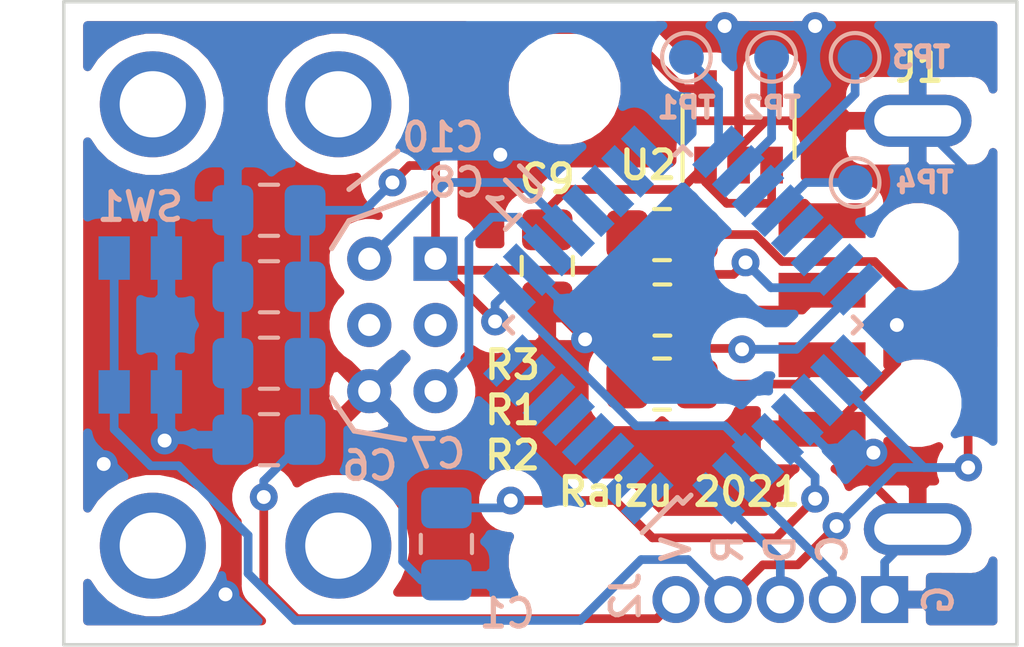
<source format=kicad_pcb>
(kicad_pcb (version 20171130) (host pcbnew "(5.1.9)-1")

  (general
    (thickness 1.6)
    (drawings 15)
    (tracks 161)
    (zones 0)
    (modules 21)
    (nets 37)
  )

  (page A4)
  (layers
    (0 F.Cu signal)
    (31 B.Cu signal)
    (32 B.Adhes user)
    (33 F.Adhes user)
    (34 B.Paste user)
    (35 F.Paste user)
    (36 B.SilkS user)
    (37 F.SilkS user)
    (38 B.Mask user)
    (39 F.Mask user)
    (40 Dwgs.User user)
    (41 Cmts.User user)
    (42 Eco1.User user)
    (43 Eco2.User user)
    (44 Edge.Cuts user)
    (45 Margin user)
    (46 B.CrtYd user)
    (47 F.CrtYd user)
    (48 B.Fab user)
    (49 F.Fab user)
  )

  (setup
    (last_trace_width 0.25)
    (trace_clearance 0.2)
    (zone_clearance 0.508)
    (zone_45_only no)
    (trace_min 0.2)
    (via_size 0.8)
    (via_drill 0.4)
    (via_min_size 0.4)
    (via_min_drill 0.3)
    (uvia_size 0.3)
    (uvia_drill 0.1)
    (uvias_allowed no)
    (uvia_min_size 0.2)
    (uvia_min_drill 0.1)
    (edge_width 0.1)
    (segment_width 0.2)
    (pcb_text_width 0.3)
    (pcb_text_size 1.5 1.5)
    (mod_edge_width 0.15)
    (mod_text_size 1 1)
    (mod_text_width 0.15)
    (pad_size 1.524 1.524)
    (pad_drill 0.762)
    (pad_to_mask_clearance 0)
    (aux_axis_origin 0 0)
    (visible_elements 7FFFFFFF)
    (pcbplotparams
      (layerselection 0x010fc_ffffffff)
      (usegerberextensions false)
      (usegerberattributes true)
      (usegerberadvancedattributes true)
      (creategerberjobfile true)
      (excludeedgelayer true)
      (linewidth 0.100000)
      (plotframeref false)
      (viasonmask false)
      (mode 1)
      (useauxorigin false)
      (hpglpennumber 1)
      (hpglpenspeed 20)
      (hpglpendiameter 15.000000)
      (psnegative false)
      (psa4output false)
      (plotreference true)
      (plotvalue true)
      (plotinvisibletext false)
      (padsonsilk false)
      (subtractmaskfromsilk false)
      (outputformat 1)
      (mirror false)
      (drillshape 1)
      (scaleselection 1)
      (outputdirectory ""))
  )

  (net 0 "")
  (net 1 GND)
  (net 2 "Net-(C1-Pad1)")
  (net 3 +3V3)
  (net 4 +5V)
  (net 5 "Net-(J1-Pad2)")
  (net 6 "Net-(J1-Pad3)")
  (net 7 RESET)
  (net 8 SWDIO)
  (net 9 SWCLK)
  (net 10 CON_SDA)
  (net 11 CON_DET)
  (net 12 CON_SCL)
  (net 13 USB_D+)
  (net 14 USB_D-)
  (net 15 "Net-(U1-Pad27)")
  (net 16 "Net-(U1-Pad25)")
  (net 17 "Net-(U1-Pad22)")
  (net 18 "Net-(U1-Pad21)")
  (net 19 "Net-(U1-Pad16)")
  (net 20 "Net-(U1-Pad15)")
  (net 21 "Net-(U1-Pad14)")
  (net 22 "Net-(U1-Pad13)")
  (net 23 "Net-(U1-Pad8)")
  (net 24 "Net-(U1-Pad7)")
  (net 25 "Net-(U1-Pad6)")
  (net 26 "Net-(U1-Pad5)")
  (net 27 "Net-(U1-Pad4)")
  (net 28 "Net-(U1-Pad3)")
  (net 29 "Net-(U1-Pad2)")
  (net 30 "Net-(U1-Pad1)")
  (net 31 "Net-(U2-Pad4)")
  (net 32 "Net-(J3-Pad4)")
  (net 33 "Net-(TP1-Pad1)")
  (net 34 "Net-(TP2-Pad1)")
  (net 35 "Net-(TP3-Pad1)")
  (net 36 "Net-(TP4-Pad1)")

  (net_class Default "This is the default net class."
    (clearance 0.2)
    (trace_width 0.25)
    (via_dia 0.8)
    (via_drill 0.4)
    (uvia_dia 0.3)
    (uvia_drill 0.1)
    (add_net +3V3)
    (add_net +5V)
    (add_net CON_DET)
    (add_net CON_SCL)
    (add_net CON_SDA)
    (add_net GND)
    (add_net "Net-(C1-Pad1)")
    (add_net "Net-(J1-Pad2)")
    (add_net "Net-(J1-Pad3)")
    (add_net "Net-(J3-Pad4)")
    (add_net "Net-(TP1-Pad1)")
    (add_net "Net-(TP2-Pad1)")
    (add_net "Net-(TP3-Pad1)")
    (add_net "Net-(TP4-Pad1)")
    (add_net "Net-(U1-Pad1)")
    (add_net "Net-(U1-Pad13)")
    (add_net "Net-(U1-Pad14)")
    (add_net "Net-(U1-Pad15)")
    (add_net "Net-(U1-Pad16)")
    (add_net "Net-(U1-Pad2)")
    (add_net "Net-(U1-Pad21)")
    (add_net "Net-(U1-Pad22)")
    (add_net "Net-(U1-Pad25)")
    (add_net "Net-(U1-Pad27)")
    (add_net "Net-(U1-Pad3)")
    (add_net "Net-(U1-Pad4)")
    (add_net "Net-(U1-Pad5)")
    (add_net "Net-(U1-Pad6)")
    (add_net "Net-(U1-Pad7)")
    (add_net "Net-(U1-Pad8)")
    (add_net "Net-(U2-Pad4)")
    (add_net RESET)
    (add_net SWCLK)
    (add_net SWDIO)
    (add_net USB_D+)
    (add_net USB_D-)
  )

  (module TestPoint:TestPoint_Pad_D1.0mm (layer B.Cu) (tedit 5A0F774F) (tstamp 6113E007)
    (at 198.95 93.8)
    (descr "SMD pad as test Point, diameter 1.0mm")
    (tags "test point SMD pad")
    (path /61280A7E)
    (attr virtual)
    (fp_text reference TP4 (at 2 0) (layer B.SilkS)
      (effects (font (size 0.6 0.6) (thickness 0.15)) (justify mirror))
    )
    (fp_text value TestPoint (at 0 -1.35) (layer B.Fab)
      (effects (font (size 0.2 0.2) (thickness 0.05)) (justify mirror))
    )
    (fp_text user %R (at 0 -1) (layer B.Fab)
      (effects (font (size 0.2 0.2) (thickness 0.05)) (justify mirror))
    )
    (fp_circle (center 0 0) (end 1 0) (layer B.CrtYd) (width 0.05))
    (fp_circle (center 0 0) (end 0 -0.7) (layer B.SilkS) (width 0.12))
    (pad 1 smd circle (at 0 0) (size 1 1) (layers B.Cu B.Mask)
      (net 36 "Net-(TP4-Pad1)"))
  )

  (module TestPoint:TestPoint_Pad_D1.0mm (layer B.Cu) (tedit 5A0F774F) (tstamp 6113DFFF)
    (at 198.95 90.2)
    (descr "SMD pad as test Point, diameter 1.0mm")
    (tags "test point SMD pad")
    (path /612807B6)
    (attr virtual)
    (fp_text reference TP3 (at 1.9 0) (layer B.SilkS)
      (effects (font (size 0.6 0.6) (thickness 0.15)) (justify mirror))
    )
    (fp_text value TestPoint (at -0.05 -1.3) (layer B.Fab)
      (effects (font (size 0.2 0.2) (thickness 0.05)) (justify mirror))
    )
    (fp_text user %R (at 0 -1) (layer B.Fab)
      (effects (font (size 0.2 0.2) (thickness 0.05)) (justify mirror))
    )
    (fp_circle (center 0 0) (end 1 0) (layer B.CrtYd) (width 0.05))
    (fp_circle (center 0 0) (end 0 -0.7) (layer B.SilkS) (width 0.12))
    (pad 1 smd circle (at 0 0) (size 1 1) (layers B.Cu B.Mask)
      (net 35 "Net-(TP3-Pad1)"))
  )

  (module TestPoint:TestPoint_Pad_D1.0mm (layer B.Cu) (tedit 5A0F774F) (tstamp 6113DFF7)
    (at 196.55 90.2)
    (descr "SMD pad as test Point, diameter 1.0mm")
    (tags "test point SMD pad")
    (path /6127FE0A)
    (attr virtual)
    (fp_text reference TP2 (at 0 1.448) (layer B.SilkS)
      (effects (font (size 0.6 0.6) (thickness 0.15)) (justify mirror))
    )
    (fp_text value TestPoint (at 0 -1.35) (layer B.Fab) hide
      (effects (font (size 0.2 0.2) (thickness 0.05)) (justify mirror))
    )
    (fp_text user %R (at 0 -1) (layer B.Fab)
      (effects (font (size 0.2 0.2) (thickness 0.05)) (justify mirror))
    )
    (fp_circle (center 0 0) (end 1 0) (layer B.CrtYd) (width 0.05))
    (fp_circle (center 0 0) (end 0 -0.7) (layer B.SilkS) (width 0.12))
    (pad 1 smd circle (at 0 0) (size 1 1) (layers B.Cu B.Mask)
      (net 34 "Net-(TP2-Pad1)"))
  )

  (module TestPoint:TestPoint_Pad_D1.0mm (layer B.Cu) (tedit 5A0F774F) (tstamp 6113DFEF)
    (at 194.1 90.2)
    (descr "SMD pad as test Point, diameter 1.0mm")
    (tags "test point SMD pad")
    (path /6127EDF6)
    (attr virtual)
    (fp_text reference TP1 (at 0 1.448) (layer B.SilkS)
      (effects (font (size 0.6 0.6) (thickness 0.15)) (justify mirror))
    )
    (fp_text value TestPoint (at 0 -1.35) (layer B.Fab) hide
      (effects (font (size 0.2 0.2) (thickness 0.05)) (justify mirror))
    )
    (fp_text user %R (at 0 -1) (layer B.Fab) hide
      (effects (font (size 0.2 0.2) (thickness 0.05)) (justify mirror))
    )
    (fp_circle (center 0 0) (end 1 0) (layer B.CrtYd) (width 0.05))
    (fp_circle (center 0 0) (end 0 -0.7) (layer B.SilkS) (width 0.12))
    (pad 1 smd circle (at 0 0) (size 1 1) (layers B.Cu B.Mask)
      (net 33 "Net-(TP1-Pad1)"))
  )

  (module Raizu_OFFSET:SOFNG-USB-07 (layer F.Cu) (tedit 610DCD6E) (tstamp 61132A8D)
    (at 199.5 97.9 90)
    (path /610DE022)
    (fp_text reference J1 (at 7.4 1.3 180) (layer F.SilkS)
      (effects (font (size 0.8 0.8) (thickness 0.15)))
    )
    (fp_text value USB_A (at -0.25 -8.5 90) (layer F.Fab) hide
      (effects (font (size 1 1) (thickness 0.15)))
    )
    (fp_line (start -6.75 4.25) (end 6.75 4.25) (layer Dwgs.User) (width 0.12))
    (pad 5 thru_hole roundrect (at -5.875 1.25 90) (size 1.5 3.1) (drill oval 0.9 2.5) (layers *.Cu *.Mask) (roundrect_rratio 0.5)
      (net 1 GND))
    (pad 5 thru_hole roundrect (at 5.875 1.25 90) (size 1.5 3.1) (drill oval 0.9 2.5) (layers *.Cu *.Mask) (roundrect_rratio 0.5)
      (net 1 GND))
    (pad "" np_thru_hole circle (at 2.25 1.25 90) (size 1.5 1.5) (drill 1.5) (layers *.Cu *.Mask))
    (pad "" np_thru_hole circle (at -2.25 1.25 90) (size 1.5 1.5) (drill 1.5) (layers *.Cu *.Mask))
    (pad 1 smd rect (at 3 -1.5 90) (size 1 2.5) (layers F.Cu F.Paste F.Mask)
      (net 4 +5V))
    (pad 2 smd rect (at 1 -1.5 90) (size 1 2.5) (layers F.Cu F.Paste F.Mask)
      (net 5 "Net-(J1-Pad2)"))
    (pad 3 smd rect (at -1 -1.5 90) (size 1 2.5) (layers F.Cu F.Paste F.Mask)
      (net 6 "Net-(J1-Pad3)"))
    (pad 4 smd rect (at -3 -1.5 90) (size 1 2.5) (layers F.Cu F.Paste F.Mask)
      (net 1 GND))
  )

  (module Connector_PinHeader_2.00mm:PinHeader_1x05_P2.00mm_Vertical (layer F.Cu) (tedit 6112AEAF) (tstamp 611303CE)
    (at 196.8 105.8 270)
    (descr "Through hole straight pin header, 1x05, 2.00mm pitch, single row")
    (tags "Through hole pin header THT 1x05 2.00mm single row")
    (path /611CAD6C)
    (fp_text reference J2 (at -0.1 4.45 90) (layer B.SilkS)
      (effects (font (size 0.8 0.8) (thickness 0.15)) (justify mirror))
    )
    (fp_text value Conn_01x05 (at 1.5 0.5 180) (layer F.Fab) hide
      (effects (font (size 0.5 0.5) (thickness 0.125)))
    )
    (fp_text user %R (at 1.5 -2.5 90) (layer F.Fab) hide
      (effects (font (size 0.5 0.5) (thickness 0.125)))
    )
    (pad 5 thru_hole oval (at 0 3 270) (size 1.35 1.35) (drill 0.8) (layers *.Cu *.Mask)
      (net 3 +3V3))
    (pad 4 thru_hole oval (at 0 1.5 270) (size 1.35 1.35) (drill 0.8) (layers *.Cu *.Mask)
      (net 7 RESET))
    (pad 3 thru_hole oval (at 0 0 270) (size 1.35 1.35) (drill 0.8) (layers *.Cu *.Mask)
      (net 8 SWDIO))
    (pad 2 thru_hole oval (at 0 -1.5 270) (size 1.35 1.35) (drill 0.8) (layers *.Cu *.Mask)
      (net 9 SWCLK))
    (pad 1 thru_hole rect (at 0 -3 270) (size 1.35 1.35) (drill 0.8) (layers *.Cu *.Mask)
      (net 1 GND))
    (model ${KISYS3DMOD}/Connector_PinHeader_2.00mm.3dshapes/PinHeader_1x05_P2.00mm_Vertical.wrl
      (at (xyz 0 0 0))
      (scale (xyz 1 1 1))
      (rotate (xyz 0 0 0))
    )
  )

  (module Raizu_OFFSET:XKB-TS-1185EC-C-D-B (layer B.Cu) (tedit 6112AB42) (tstamp 6113654B)
    (at 178.4 97.9 90)
    (path /61102E5B)
    (fp_text reference SW1 (at 3.4 0) (layer B.SilkS)
      (effects (font (size 0.8 0.8) (thickness 0.15)) (justify mirror))
    )
    (fp_text value SW_Push (at 0 4.064 90) (layer B.Fab) hide
      (effects (font (size 1 1) (thickness 0.15)) (justify mirror))
    )
    (fp_circle (center 0 0) (end 0.85 0) (layer B.Fab) (width 0.12))
    (pad 2 smd rect (at 1.925 -0.75 90) (size 1.25 0.9) (layers B.Cu B.Paste B.Mask)
      (net 7 RESET))
    (pad 1 smd rect (at 1.925 0.75 270) (size 1.25 0.9) (layers B.Cu B.Paste B.Mask)
      (net 1 GND))
    (pad 2 smd rect (at -1.925 -0.75 90) (size 1.25 0.9) (layers B.Cu B.Paste B.Mask)
      (net 7 RESET))
    (pad 1 smd rect (at -1.925 0.75 90) (size 1.25 0.9) (layers B.Cu B.Paste B.Mask)
      (net 1 GND))
  )

  (module Capacitor_SMD:C_0805_2012Metric_Pad1.18x1.45mm_HandSolder (layer F.Cu) (tedit 5F68FEEF) (tstamp 61130397)
    (at 190.1 96.2 90)
    (descr "Capacitor SMD 0805 (2012 Metric), square (rectangular) end terminal, IPC_7351 nominal with elongated pad for handsoldering. (Body size source: IPC-SM-782 page 76, https://www.pcb-3d.com/wordpress/wp-content/uploads/ipc-sm-782a_amendment_1_and_2.pdf, https://docs.google.com/spreadsheets/d/1BsfQQcO9C6DZCsRaXUlFlo91Tg2WpOkGARC1WS5S8t0/edit?usp=sharing), generated with kicad-footprint-generator")
    (tags "capacitor handsolder")
    (path /61148357)
    (attr smd)
    (fp_text reference C9 (at 2.5 0 180) (layer F.SilkS)
      (effects (font (size 0.8 0.8) (thickness 0.15)))
    )
    (fp_text value 1uF (at 0 1.68 90) (layer F.Fab)
      (effects (font (size 1 1) (thickness 0.15)))
    )
    (fp_line (start 1.88 0.98) (end -1.88 0.98) (layer F.CrtYd) (width 0.05))
    (fp_line (start 1.88 -0.98) (end 1.88 0.98) (layer F.CrtYd) (width 0.05))
    (fp_line (start -1.88 -0.98) (end 1.88 -0.98) (layer F.CrtYd) (width 0.05))
    (fp_line (start -1.88 0.98) (end -1.88 -0.98) (layer F.CrtYd) (width 0.05))
    (fp_line (start -0.261252 0.735) (end 0.261252 0.735) (layer F.SilkS) (width 0.12))
    (fp_line (start -0.261252 -0.735) (end 0.261252 -0.735) (layer F.SilkS) (width 0.12))
    (fp_line (start 1 0.625) (end -1 0.625) (layer F.Fab) (width 0.1))
    (fp_line (start 1 -0.625) (end 1 0.625) (layer F.Fab) (width 0.1))
    (fp_line (start -1 -0.625) (end 1 -0.625) (layer F.Fab) (width 0.1))
    (fp_line (start -1 0.625) (end -1 -0.625) (layer F.Fab) (width 0.1))
    (fp_text user %R (at 0 0 90) (layer F.Fab)
      (effects (font (size 0.5 0.5) (thickness 0.08)))
    )
    (pad 2 smd roundrect (at 1.0375 0 90) (size 1.175 1.45) (layers F.Cu F.Paste F.Mask) (roundrect_rratio 0.212766)
      (net 4 +5V))
    (pad 1 smd roundrect (at -1.0375 0 90) (size 1.175 1.45) (layers F.Cu F.Paste F.Mask) (roundrect_rratio 0.212766)
      (net 1 GND))
    (model ${KISYS3DMOD}/Capacitor_SMD.3dshapes/C_0805_2012Metric.wrl
      (at (xyz 0 0 0))
      (scale (xyz 1 1 1))
      (rotate (xyz 0 0 0))
    )
  )

  (module Resistor_SMD:R_0805_2012Metric_Pad1.20x1.40mm_HandSolder (layer F.Cu) (tedit 5F68FEEE) (tstamp 61136BFE)
    (at 193.41 97.47 180)
    (descr "Resistor SMD 0805 (2012 Metric), square (rectangular) end terminal, IPC_7351 nominal with elongated pad for handsoldering. (Body size source: IPC-SM-782 page 72, https://www.pcb-3d.com/wordpress/wp-content/uploads/ipc-sm-782a_amendment_1_and_2.pdf), generated with kicad-footprint-generator")
    (tags "resistor handsolder")
    (path /610E057C)
    (attr smd)
    (fp_text reference R1 (at 4.31 -2.88) (layer F.SilkS)
      (effects (font (size 0.8 0.8) (thickness 0.15)))
    )
    (fp_text value 22 (at 0 1.65) (layer F.Fab)
      (effects (font (size 1 1) (thickness 0.15)))
    )
    (fp_line (start 1.85 0.95) (end -1.85 0.95) (layer F.CrtYd) (width 0.05))
    (fp_line (start 1.85 -0.95) (end 1.85 0.95) (layer F.CrtYd) (width 0.05))
    (fp_line (start -1.85 -0.95) (end 1.85 -0.95) (layer F.CrtYd) (width 0.05))
    (fp_line (start -1.85 0.95) (end -1.85 -0.95) (layer F.CrtYd) (width 0.05))
    (fp_line (start -0.227064 0.735) (end 0.227064 0.735) (layer F.SilkS) (width 0.12))
    (fp_line (start -0.227064 -0.735) (end 0.227064 -0.735) (layer F.SilkS) (width 0.12))
    (fp_line (start 1 0.625) (end -1 0.625) (layer F.Fab) (width 0.1))
    (fp_line (start 1 -0.625) (end 1 0.625) (layer F.Fab) (width 0.1))
    (fp_line (start -1 -0.625) (end 1 -0.625) (layer F.Fab) (width 0.1))
    (fp_line (start -1 0.625) (end -1 -0.625) (layer F.Fab) (width 0.1))
    (fp_text user %R (at 0 0) (layer F.Fab)
      (effects (font (size 0.5 0.5) (thickness 0.08)))
    )
    (pad 2 smd roundrect (at 1 0 180) (size 1.2 1.4) (layers F.Cu F.Paste F.Mask) (roundrect_rratio 0.208333)
      (net 14 USB_D-))
    (pad 1 smd roundrect (at -1 0 180) (size 1.2 1.4) (layers F.Cu F.Paste F.Mask) (roundrect_rratio 0.208333)
      (net 5 "Net-(J1-Pad2)"))
    (model ${KISYS3DMOD}/Resistor_SMD.3dshapes/R_0805_2012Metric.wrl
      (at (xyz 0 0 0))
      (scale (xyz 1 1 1))
      (rotate (xyz 0 0 0))
    )
  )

  (module Resistor_SMD:R_0805_2012Metric_Pad1.20x1.40mm_HandSolder (layer F.Cu) (tedit 5F68FEEE) (tstamp 61136BCE)
    (at 193.4 99.6)
    (descr "Resistor SMD 0805 (2012 Metric), square (rectangular) end terminal, IPC_7351 nominal with elongated pad for handsoldering. (Body size source: IPC-SM-782 page 72, https://www.pcb-3d.com/wordpress/wp-content/uploads/ipc-sm-782a_amendment_1_and_2.pdf), generated with kicad-footprint-generator")
    (tags "resistor handsolder")
    (path /610E0BF6)
    (attr smd)
    (fp_text reference R2 (at -4.3 2.05) (layer F.SilkS)
      (effects (font (size 0.8 0.8) (thickness 0.15)))
    )
    (fp_text value 22 (at 0 1.65) (layer F.Fab)
      (effects (font (size 1 1) (thickness 0.15)))
    )
    (fp_line (start 1.85 0.95) (end -1.85 0.95) (layer F.CrtYd) (width 0.05))
    (fp_line (start 1.85 -0.95) (end 1.85 0.95) (layer F.CrtYd) (width 0.05))
    (fp_line (start -1.85 -0.95) (end 1.85 -0.95) (layer F.CrtYd) (width 0.05))
    (fp_line (start -1.85 0.95) (end -1.85 -0.95) (layer F.CrtYd) (width 0.05))
    (fp_line (start -0.227064 0.735) (end 0.227064 0.735) (layer F.SilkS) (width 0.12))
    (fp_line (start -0.227064 -0.735) (end 0.227064 -0.735) (layer F.SilkS) (width 0.12))
    (fp_line (start 1 0.625) (end -1 0.625) (layer F.Fab) (width 0.1))
    (fp_line (start 1 -0.625) (end 1 0.625) (layer F.Fab) (width 0.1))
    (fp_line (start -1 -0.625) (end 1 -0.625) (layer F.Fab) (width 0.1))
    (fp_line (start -1 0.625) (end -1 -0.625) (layer F.Fab) (width 0.1))
    (fp_text user %R (at 0 0) (layer F.Fab)
      (effects (font (size 0.5 0.5) (thickness 0.08)))
    )
    (pad 2 smd roundrect (at 1 0) (size 1.2 1.4) (layers F.Cu F.Paste F.Mask) (roundrect_rratio 0.208333)
      (net 6 "Net-(J1-Pad3)"))
    (pad 1 smd roundrect (at -1 0) (size 1.2 1.4) (layers F.Cu F.Paste F.Mask) (roundrect_rratio 0.208333)
      (net 13 USB_D+))
    (model ${KISYS3DMOD}/Resistor_SMD.3dshapes/R_0805_2012Metric.wrl
      (at (xyz 0 0 0))
      (scale (xyz 1 1 1))
      (rotate (xyz 0 0 0))
    )
  )

  (module Raizu_OFFSET:CONN_WII (layer F.Cu) (tedit 6112A466) (tstamp 611315E5)
    (at 181.3 97.9 90)
    (path /610DA7CD)
    (fp_text reference J3 (at 0 0 90) (layer F.Fab)
      (effects (font (size 0.8 0.8) (thickness 0.15)))
    )
    (fp_text value CONN_WII (at 0 2.5 90) (layer Dwgs.User)
      (effects (font (size 0.2 0.2) (thickness 0.05)))
    )
    (fp_line (start -6.35 -4.572) (end -6.35 -6.858) (layer Dwgs.User) (width 0.15))
    (fp_line (start -6.35 -6.858) (end 6.35 -6.858) (layer Dwgs.User) (width 0.15))
    (fp_line (start 6.35 -6.858) (end 6.35 -4.572) (layer Dwgs.User) (width 0.15))
    (fp_line (start 6.35 0.762) (end 6.35 -0.508) (layer Dwgs.User) (width 0.15))
    (fp_line (start -6.35 0.762) (end -6.35 -0.508) (layer Dwgs.User) (width 0.15))
    (fp_line (start -6.35 6.858) (end -6.35 4.826) (layer Dwgs.User) (width 0.15))
    (fp_line (start 6.35 6.858) (end 6.35 4.826) (layer Dwgs.User) (width 0.15))
    (fp_line (start 6.35 6.858) (end -6.35 6.858) (layer Dwgs.User) (width 0.15))
    (pad "" thru_hole circle (at -6.35 2.794 90) (size 3.048 3.048) (drill 1.905) (layers *.Cu *.Mask))
    (pad "" thru_hole circle (at 6.35 -2.54 90) (size 3.048 3.048) (drill 1.905) (layers *.Cu *.Mask))
    (pad "" thru_hole circle (at -6.35 -2.54 90) (size 3.048 3.048) (drill 1.905) (layers *.Cu *.Mask))
    (pad "" thru_hole circle (at 6.35 2.794 90) (size 3.048 3.048) (drill 1.905) (layers *.Cu *.Mask))
    (pad 6 thru_hole circle (at -1.905 3.683 90) (size 1.27 1.27) (drill 0.635) (layers *.Cu *.Mask)
      (net 1 GND))
    (pad 5 thru_hole circle (at -1.905 5.588 90) (size 1.27 1.27) (drill 0.635) (layers *.Cu *.Mask)
      (net 10 CON_SDA))
    (pad 4 thru_hole circle (at 0 3.683 90) (size 1.27 1.27) (drill 0.635) (layers *.Cu *.Mask)
      (net 32 "Net-(J3-Pad4)"))
    (pad 3 thru_hole circle (at 0 5.588 90) (size 1.27 1.27) (drill 0.635) (layers *.Cu *.Mask)
      (net 11 CON_DET))
    (pad 2 thru_hole circle (at 1.905 3.683 90) (size 1.27 1.27) (drill 0.635) (layers *.Cu *.Mask)
      (net 12 CON_SCL))
    (pad 1 thru_hole rect (at 1.905 5.588 90) (size 1.27 1.27) (drill 0.635) (layers *.Cu *.Mask)
      (net 3 +3V3))
  )

  (module MountingHole:MountingHole_2.2mm_M2 (layer F.Cu) (tedit 56D1B4CB) (tstamp 61132BC6)
    (at 190.6 91.1)
    (descr "Mounting Hole 2.2mm, no annular, M2")
    (tags "mounting hole 2.2mm no annular m2")
    (attr virtual)
    (fp_text reference REF** (at 0 -3.2) (layer F.SilkS) hide
      (effects (font (size 1 1) (thickness 0.15)))
    )
    (fp_text value MountingHole_2.2mm_M2 (at 0 3.2) (layer F.Fab) hide
      (effects (font (size 1 1) (thickness 0.15)))
    )
    (fp_circle (center 0 0) (end 2.2 0) (layer Cmts.User) (width 0.15))
    (fp_circle (center 0 0) (end 2.45 0) (layer F.CrtYd) (width 0.05))
    (fp_text user %R (at 0.3 0) (layer F.Fab) hide
      (effects (font (size 1 1) (thickness 0.15)))
    )
    (pad 1 np_thru_hole circle (at 0 0) (size 2.2 2.2) (drill 2.2) (layers *.Cu *.Mask))
  )

  (module MountingHole:MountingHole_2.2mm_M2 (layer F.Cu) (tedit 56D1B4CB) (tstamp 611325C4)
    (at 190.6 104.7)
    (descr "Mounting Hole 2.2mm, no annular, M2")
    (tags "mounting hole 2.2mm no annular m2")
    (attr virtual)
    (fp_text reference REF** (at 0 -1.5) (layer F.SilkS) hide
      (effects (font (size 0.2 0.2) (thickness 0.05)))
    )
    (fp_text value MountingHole_2.2mm_M2 (at -0.05 2.7) (layer F.Fab) hide
      (effects (font (size 0.2 0.2) (thickness 0.05)))
    )
    (fp_circle (center 0 0) (end 2.2 0) (layer Cmts.User) (width 0.15))
    (fp_circle (center 0 0) (end 2.45 0) (layer F.CrtYd) (width 0.05))
    (fp_text user %R (at 0.3 0) (layer F.Fab) hide
      (effects (font (size 1 1) (thickness 0.15)))
    )
    (pad 1 np_thru_hole circle (at 0 0) (size 2.2 2.2) (drill 2.2) (layers *.Cu *.Mask))
  )

  (module Package_TO_SOT_SMD:SOT-23-5 (layer F.Cu) (tedit 5A02FF57) (tstamp 61130D40)
    (at 195.6 92.2 90)
    (descr "5-pin SOT23 package")
    (tags SOT-23-5)
    (path /6113E200)
    (attr smd)
    (fp_text reference U2 (at -1.1 -2.6 180) (layer F.SilkS)
      (effects (font (size 0.8 0.8) (thickness 0.15)))
    )
    (fp_text value LP5907MFX-3.3 (at 0 2.9 90) (layer F.Fab) hide
      (effects (font (size 1 1) (thickness 0.15)))
    )
    (fp_line (start 0.9 -1.55) (end 0.9 1.55) (layer F.Fab) (width 0.1))
    (fp_line (start 0.9 1.55) (end -0.9 1.55) (layer F.Fab) (width 0.1))
    (fp_line (start -0.9 -0.9) (end -0.9 1.55) (layer F.Fab) (width 0.1))
    (fp_line (start 0.9 -1.55) (end -0.25 -1.55) (layer F.Fab) (width 0.1))
    (fp_line (start -0.9 -0.9) (end -0.25 -1.55) (layer F.Fab) (width 0.1))
    (fp_line (start -1.9 1.8) (end -1.9 -1.8) (layer F.CrtYd) (width 0.05))
    (fp_line (start 1.9 1.8) (end -1.9 1.8) (layer F.CrtYd) (width 0.05))
    (fp_line (start 1.9 -1.8) (end 1.9 1.8) (layer F.CrtYd) (width 0.05))
    (fp_line (start -1.9 -1.8) (end 1.9 -1.8) (layer F.CrtYd) (width 0.05))
    (fp_line (start 0.9 -1.61) (end -1.55 -1.61) (layer F.SilkS) (width 0.12))
    (fp_line (start -0.9 1.61) (end 0.9 1.61) (layer F.SilkS) (width 0.12))
    (fp_text user %R (at 0 0) (layer F.Fab)
      (effects (font (size 0.5 0.5) (thickness 0.075)))
    )
    (pad 5 smd rect (at 1.1 -0.95 90) (size 1.06 0.65) (layers F.Cu F.Paste F.Mask)
      (net 3 +3V3))
    (pad 4 smd rect (at 1.1 0.95 90) (size 1.06 0.65) (layers F.Cu F.Paste F.Mask)
      (net 31 "Net-(U2-Pad4)"))
    (pad 3 smd rect (at -1.1 0.95 90) (size 1.06 0.65) (layers F.Cu F.Paste F.Mask)
      (net 4 +5V))
    (pad 2 smd rect (at -1.1 0 90) (size 1.06 0.65) (layers F.Cu F.Paste F.Mask)
      (net 1 GND))
    (pad 1 smd rect (at -1.1 -0.95 90) (size 1.06 0.65) (layers F.Cu F.Paste F.Mask)
      (net 4 +5V))
    (model ${KISYS3DMOD}/Package_TO_SOT_SMD.3dshapes/SOT-23-5.wrl
      (at (xyz 0 0 0))
      (scale (xyz 1 1 1))
      (rotate (xyz 0 0 0))
    )
  )

  (module Package_QFP:TQFP-32_7x7mm_P0.8mm (layer B.Cu) (tedit 5A02F146) (tstamp 61130A7F)
    (at 194 97.9 45)
    (descr "32-Lead Plastic Thin Quad Flatpack (PT) - 7x7x1.0 mm Body, 2.00 mm [TQFP] (see Microchip Packaging Specification 00000049BS.pdf)")
    (tags "QFP 0.8")
    (path /61161038)
    (attr smd)
    (fp_text reference U1 (at -0.848528 -6.010408 45) (layer B.SilkS)
      (effects (font (size 1 1) (thickness 0.15)) (justify mirror))
    )
    (fp_text value ATSAMD21E15B-A (at 0 -6.05 225) (layer B.Fab) hide
      (effects (font (size 1 1) (thickness 0.15)) (justify mirror))
    )
    (fp_line (start -3.625 3.4) (end -5.05 3.4) (layer B.SilkS) (width 0.15))
    (fp_line (start 3.625 3.625) (end 3.3 3.625) (layer B.SilkS) (width 0.15))
    (fp_line (start 3.625 -3.625) (end 3.3 -3.625) (layer B.SilkS) (width 0.15))
    (fp_line (start -3.625 -3.625) (end -3.3 -3.625) (layer B.SilkS) (width 0.15))
    (fp_line (start -3.625 3.625) (end -3.3 3.625) (layer B.SilkS) (width 0.15))
    (fp_line (start -3.625 -3.625) (end -3.625 -3.3) (layer B.SilkS) (width 0.15))
    (fp_line (start 3.625 -3.625) (end 3.625 -3.3) (layer B.SilkS) (width 0.15))
    (fp_line (start 3.625 3.625) (end 3.625 3.3) (layer B.SilkS) (width 0.15))
    (fp_line (start -3.625 3.625) (end -3.625 3.4) (layer B.SilkS) (width 0.15))
    (fp_line (start -5.3 -5.3) (end 5.3 -5.3) (layer B.CrtYd) (width 0.05))
    (fp_line (start -5.3 5.3) (end 5.3 5.3) (layer B.CrtYd) (width 0.05))
    (fp_line (start 5.3 5.3) (end 5.3 -5.3) (layer B.CrtYd) (width 0.05))
    (fp_line (start -5.3 5.3) (end -5.3 -5.3) (layer B.CrtYd) (width 0.05))
    (fp_line (start -3.5 2.5) (end -2.5 3.5) (layer B.Fab) (width 0.15))
    (fp_line (start -3.5 -3.5) (end -3.5 2.5) (layer B.Fab) (width 0.15))
    (fp_line (start 3.5 -3.5) (end -3.5 -3.5) (layer B.Fab) (width 0.15))
    (fp_line (start 3.5 3.5) (end 3.5 -3.5) (layer B.Fab) (width 0.15))
    (fp_line (start -2.5 3.5) (end 3.5 3.5) (layer B.Fab) (width 0.15))
    (fp_text user %R (at 0 0 -135) (layer B.Fab)
      (effects (font (size 1 1) (thickness 0.15)) (justify mirror))
    )
    (pad 32 smd rect (at -2.8 4.25 315) (size 1.6 0.55) (layers B.Cu B.Paste B.Mask)
      (net 8 SWDIO))
    (pad 31 smd rect (at -2 4.25 315) (size 1.6 0.55) (layers B.Cu B.Paste B.Mask)
      (net 9 SWCLK))
    (pad 30 smd rect (at -1.2 4.25 315) (size 1.6 0.55) (layers B.Cu B.Paste B.Mask)
      (net 3 +3V3))
    (pad 29 smd rect (at -0.4 4.25 315) (size 1.6 0.55) (layers B.Cu B.Paste B.Mask)
      (net 2 "Net-(C1-Pad1)"))
    (pad 28 smd rect (at 0.4 4.25 315) (size 1.6 0.55) (layers B.Cu B.Paste B.Mask)
      (net 1 GND))
    (pad 27 smd rect (at 1.2 4.25 315) (size 1.6 0.55) (layers B.Cu B.Paste B.Mask)
      (net 15 "Net-(U1-Pad27)"))
    (pad 26 smd rect (at 2 4.25 315) (size 1.6 0.55) (layers B.Cu B.Paste B.Mask)
      (net 7 RESET))
    (pad 25 smd rect (at 2.8 4.25 315) (size 1.6 0.55) (layers B.Cu B.Paste B.Mask)
      (net 16 "Net-(U1-Pad25)"))
    (pad 24 smd rect (at 4.25 2.8 45) (size 1.6 0.55) (layers B.Cu B.Paste B.Mask)
      (net 13 USB_D+))
    (pad 23 smd rect (at 4.25 2 45) (size 1.6 0.55) (layers B.Cu B.Paste B.Mask)
      (net 14 USB_D-))
    (pad 22 smd rect (at 4.25 1.2 45) (size 1.6 0.55) (layers B.Cu B.Paste B.Mask)
      (net 17 "Net-(U1-Pad22)"))
    (pad 21 smd rect (at 4.25 0.4 45) (size 1.6 0.55) (layers B.Cu B.Paste B.Mask)
      (net 18 "Net-(U1-Pad21)"))
    (pad 20 smd rect (at 4.25 -0.4 45) (size 1.6 0.55) (layers B.Cu B.Paste B.Mask)
      (net 36 "Net-(TP4-Pad1)"))
    (pad 19 smd rect (at 4.25 -1.2 45) (size 1.6 0.55) (layers B.Cu B.Paste B.Mask)
      (net 35 "Net-(TP3-Pad1)"))
    (pad 18 smd rect (at 4.25 -2 45) (size 1.6 0.55) (layers B.Cu B.Paste B.Mask)
      (net 34 "Net-(TP2-Pad1)"))
    (pad 17 smd rect (at 4.25 -2.8 45) (size 1.6 0.55) (layers B.Cu B.Paste B.Mask)
      (net 33 "Net-(TP1-Pad1)"))
    (pad 16 smd rect (at 2.8 -4.25 315) (size 1.6 0.55) (layers B.Cu B.Paste B.Mask)
      (net 19 "Net-(U1-Pad16)"))
    (pad 15 smd rect (at 2 -4.25 315) (size 1.6 0.55) (layers B.Cu B.Paste B.Mask)
      (net 20 "Net-(U1-Pad15)"))
    (pad 14 smd rect (at 1.2 -4.25 315) (size 1.6 0.55) (layers B.Cu B.Paste B.Mask)
      (net 21 "Net-(U1-Pad14)"))
    (pad 13 smd rect (at 0.4 -4.25 315) (size 1.6 0.55) (layers B.Cu B.Paste B.Mask)
      (net 22 "Net-(U1-Pad13)"))
    (pad 12 smd rect (at -0.4 -4.25 315) (size 1.6 0.55) (layers B.Cu B.Paste B.Mask)
      (net 12 CON_SCL))
    (pad 11 smd rect (at -1.2 -4.25 315) (size 1.6 0.55) (layers B.Cu B.Paste B.Mask)
      (net 10 CON_SDA))
    (pad 10 smd rect (at -2 -4.25 315) (size 1.6 0.55) (layers B.Cu B.Paste B.Mask)
      (net 1 GND))
    (pad 9 smd rect (at -2.8 -4.25 315) (size 1.6 0.55) (layers B.Cu B.Paste B.Mask)
      (net 3 +3V3))
    (pad 8 smd rect (at -4.25 -2.8 45) (size 1.6 0.55) (layers B.Cu B.Paste B.Mask)
      (net 23 "Net-(U1-Pad8)"))
    (pad 7 smd rect (at -4.25 -2 45) (size 1.6 0.55) (layers B.Cu B.Paste B.Mask)
      (net 24 "Net-(U1-Pad7)"))
    (pad 6 smd rect (at -4.25 -1.2 45) (size 1.6 0.55) (layers B.Cu B.Paste B.Mask)
      (net 25 "Net-(U1-Pad6)"))
    (pad 5 smd rect (at -4.25 -0.4 45) (size 1.6 0.55) (layers B.Cu B.Paste B.Mask)
      (net 26 "Net-(U1-Pad5)"))
    (pad 4 smd rect (at -4.25 0.4 45) (size 1.6 0.55) (layers B.Cu B.Paste B.Mask)
      (net 27 "Net-(U1-Pad4)"))
    (pad 3 smd rect (at -4.25 1.2 45) (size 1.6 0.55) (layers B.Cu B.Paste B.Mask)
      (net 28 "Net-(U1-Pad3)"))
    (pad 2 smd rect (at -4.25 2 45) (size 1.6 0.55) (layers B.Cu B.Paste B.Mask)
      (net 29 "Net-(U1-Pad2)"))
    (pad 1 smd rect (at -4.25 2.8 45) (size 1.6 0.55) (layers B.Cu B.Paste B.Mask)
      (net 30 "Net-(U1-Pad1)"))
    (model ${KISYS3DMOD}/Package_QFP.3dshapes/TQFP-32_7x7mm_P0.8mm.wrl
      (at (xyz 0 0 0))
      (scale (xyz 1 1 1))
      (rotate (xyz 0 0 0))
    )
  )

  (module Resistor_SMD:R_0805_2012Metric_Pad1.20x1.40mm_HandSolder (layer F.Cu) (tedit 5F68FEEE) (tstamp 611396DB)
    (at 193.4 95.3)
    (descr "Resistor SMD 0805 (2012 Metric), square (rectangular) end terminal, IPC_7351 nominal with elongated pad for handsoldering. (Body size source: IPC-SM-782 page 72, https://www.pcb-3d.com/wordpress/wp-content/uploads/ipc-sm-782a_amendment_1_and_2.pdf), generated with kicad-footprint-generator")
    (tags "resistor handsolder")
    (path /61104D9C)
    (attr smd)
    (fp_text reference R3 (at -4.3 3.75) (layer F.SilkS)
      (effects (font (size 0.8 0.8) (thickness 0.15)))
    )
    (fp_text value 10K (at 0 1.65) (layer F.Fab)
      (effects (font (size 1 1) (thickness 0.15)))
    )
    (fp_line (start 1.85 0.95) (end -1.85 0.95) (layer F.CrtYd) (width 0.05))
    (fp_line (start 1.85 -0.95) (end 1.85 0.95) (layer F.CrtYd) (width 0.05))
    (fp_line (start -1.85 -0.95) (end 1.85 -0.95) (layer F.CrtYd) (width 0.05))
    (fp_line (start -1.85 0.95) (end -1.85 -0.95) (layer F.CrtYd) (width 0.05))
    (fp_line (start -0.227064 0.735) (end 0.227064 0.735) (layer F.SilkS) (width 0.12))
    (fp_line (start -0.227064 -0.735) (end 0.227064 -0.735) (layer F.SilkS) (width 0.12))
    (fp_line (start 1 0.625) (end -1 0.625) (layer F.Fab) (width 0.1))
    (fp_line (start 1 -0.625) (end 1 0.625) (layer F.Fab) (width 0.1))
    (fp_line (start -1 -0.625) (end 1 -0.625) (layer F.Fab) (width 0.1))
    (fp_line (start -1 0.625) (end -1 -0.625) (layer F.Fab) (width 0.1))
    (fp_text user %R (at 0 0) (layer F.Fab)
      (effects (font (size 0.5 0.5) (thickness 0.08)))
    )
    (pad 2 smd roundrect (at 1 0) (size 1.2 1.4) (layers F.Cu F.Paste F.Mask) (roundrect_rratio 0.208333)
      (net 7 RESET))
    (pad 1 smd roundrect (at -1 0) (size 1.2 1.4) (layers F.Cu F.Paste F.Mask) (roundrect_rratio 0.208333)
      (net 3 +3V3))
    (model ${KISYS3DMOD}/Resistor_SMD.3dshapes/R_0805_2012Metric.wrl
      (at (xyz 0 0 0))
      (scale (xyz 1 1 1))
      (rotate (xyz 0 0 0))
    )
  )

  (module Capacitor_SMD:C_0805_2012Metric_Pad1.18x1.45mm_HandSolder (layer B.Cu) (tedit 5F68FEEF) (tstamp 61136993)
    (at 182.1 94.6 180)
    (descr "Capacitor SMD 0805 (2012 Metric), square (rectangular) end terminal, IPC_7351 nominal with elongated pad for handsoldering. (Body size source: IPC-SM-782 page 76, https://www.pcb-3d.com/wordpress/wp-content/uploads/ipc-sm-782a_amendment_1_and_2.pdf, https://docs.google.com/spreadsheets/d/1BsfQQcO9C6DZCsRaXUlFlo91Tg2WpOkGARC1WS5S8t0/edit?usp=sharing), generated with kicad-footprint-generator")
    (tags "capacitor handsolder")
    (path /61146941)
    (attr smd)
    (fp_text reference C10 (at -5 2.1) (layer B.SilkS)
      (effects (font (size 0.8 0.8) (thickness 0.15)) (justify mirror))
    )
    (fp_text value 1uF (at 0 -1.68) (layer B.Fab)
      (effects (font (size 1 1) (thickness 0.15)) (justify mirror))
    )
    (fp_line (start 1.88 -0.98) (end -1.88 -0.98) (layer B.CrtYd) (width 0.05))
    (fp_line (start 1.88 0.98) (end 1.88 -0.98) (layer B.CrtYd) (width 0.05))
    (fp_line (start -1.88 0.98) (end 1.88 0.98) (layer B.CrtYd) (width 0.05))
    (fp_line (start -1.88 -0.98) (end -1.88 0.98) (layer B.CrtYd) (width 0.05))
    (fp_line (start -0.261252 -0.735) (end 0.261252 -0.735) (layer B.SilkS) (width 0.12))
    (fp_line (start -0.261252 0.735) (end 0.261252 0.735) (layer B.SilkS) (width 0.12))
    (fp_line (start 1 -0.625) (end -1 -0.625) (layer B.Fab) (width 0.1))
    (fp_line (start 1 0.625) (end 1 -0.625) (layer B.Fab) (width 0.1))
    (fp_line (start -1 0.625) (end 1 0.625) (layer B.Fab) (width 0.1))
    (fp_line (start -1 -0.625) (end -1 0.625) (layer B.Fab) (width 0.1))
    (fp_text user %R (at 0 0) (layer B.Fab)
      (effects (font (size 0.5 0.5) (thickness 0.08)) (justify mirror))
    )
    (pad 2 smd roundrect (at 1.0375 0 180) (size 1.175 1.45) (layers B.Cu B.Paste B.Mask) (roundrect_rratio 0.212766)
      (net 1 GND))
    (pad 1 smd roundrect (at -1.0375 0 180) (size 1.175 1.45) (layers B.Cu B.Paste B.Mask) (roundrect_rratio 0.212766)
      (net 3 +3V3))
    (model ${KISYS3DMOD}/Capacitor_SMD.3dshapes/C_0805_2012Metric.wrl
      (at (xyz 0 0 0))
      (scale (xyz 1 1 1))
      (rotate (xyz 0 0 0))
    )
  )

  (module Capacitor_SMD:C_0805_2012Metric_Pad1.18x1.45mm_HandSolder (layer B.Cu) (tedit 5F68FEEF) (tstamp 611369C3)
    (at 182.1 96.8)
    (descr "Capacitor SMD 0805 (2012 Metric), square (rectangular) end terminal, IPC_7351 nominal with elongated pad for handsoldering. (Body size source: IPC-SM-782 page 76, https://www.pcb-3d.com/wordpress/wp-content/uploads/ipc-sm-782a_amendment_1_and_2.pdf, https://docs.google.com/spreadsheets/d/1BsfQQcO9C6DZCsRaXUlFlo91Tg2WpOkGARC1WS5S8t0/edit?usp=sharing), generated with kicad-footprint-generator")
    (tags "capacitor handsolder")
    (path /6112BDD5)
    (attr smd)
    (fp_text reference C8 (at 5.4 -3) (layer B.SilkS)
      (effects (font (size 0.8 0.8) (thickness 0.15)) (justify mirror))
    )
    (fp_text value 4.7uF (at 0 -1.68) (layer B.Fab)
      (effects (font (size 1 1) (thickness 0.15)) (justify mirror))
    )
    (fp_line (start 1.88 -0.98) (end -1.88 -0.98) (layer B.CrtYd) (width 0.05))
    (fp_line (start 1.88 0.98) (end 1.88 -0.98) (layer B.CrtYd) (width 0.05))
    (fp_line (start -1.88 0.98) (end 1.88 0.98) (layer B.CrtYd) (width 0.05))
    (fp_line (start -1.88 -0.98) (end -1.88 0.98) (layer B.CrtYd) (width 0.05))
    (fp_line (start -0.261252 -0.735) (end 0.261252 -0.735) (layer B.SilkS) (width 0.12))
    (fp_line (start -0.261252 0.735) (end 0.261252 0.735) (layer B.SilkS) (width 0.12))
    (fp_line (start 1 -0.625) (end -1 -0.625) (layer B.Fab) (width 0.1))
    (fp_line (start 1 0.625) (end 1 -0.625) (layer B.Fab) (width 0.1))
    (fp_line (start -1 0.625) (end 1 0.625) (layer B.Fab) (width 0.1))
    (fp_line (start -1 -0.625) (end -1 0.625) (layer B.Fab) (width 0.1))
    (fp_text user %R (at 0 0) (layer B.Fab)
      (effects (font (size 0.5 0.5) (thickness 0.08)) (justify mirror))
    )
    (pad 2 smd roundrect (at 1.0375 0) (size 1.175 1.45) (layers B.Cu B.Paste B.Mask) (roundrect_rratio 0.212766)
      (net 3 +3V3))
    (pad 1 smd roundrect (at -1.0375 0) (size 1.175 1.45) (layers B.Cu B.Paste B.Mask) (roundrect_rratio 0.212766)
      (net 1 GND))
    (model ${KISYS3DMOD}/Capacitor_SMD.3dshapes/C_0805_2012Metric.wrl
      (at (xyz 0 0 0))
      (scale (xyz 1 1 1))
      (rotate (xyz 0 0 0))
    )
  )

  (module Capacitor_SMD:C_0805_2012Metric_Pad1.18x1.45mm_HandSolder (layer B.Cu) (tedit 5F68FEEF) (tstamp 6113A261)
    (at 182.1 99)
    (descr "Capacitor SMD 0805 (2012 Metric), square (rectangular) end terminal, IPC_7351 nominal with elongated pad for handsoldering. (Body size source: IPC-SM-782 page 76, https://www.pcb-3d.com/wordpress/wp-content/uploads/ipc-sm-782a_amendment_1_and_2.pdf, https://docs.google.com/spreadsheets/d/1BsfQQcO9C6DZCsRaXUlFlo91Tg2WpOkGARC1WS5S8t0/edit?usp=sharing), generated with kicad-footprint-generator")
    (tags "capacitor handsolder")
    (path /6112B76A)
    (attr smd)
    (fp_text reference C7 (at 4.85 2.6) (layer B.SilkS)
      (effects (font (size 0.8 0.8) (thickness 0.15)) (justify mirror))
    )
    (fp_text value 0.1uF (at 0 -1.68) (layer B.Fab)
      (effects (font (size 1 1) (thickness 0.15)) (justify mirror))
    )
    (fp_line (start 1.88 -0.98) (end -1.88 -0.98) (layer B.CrtYd) (width 0.05))
    (fp_line (start 1.88 0.98) (end 1.88 -0.98) (layer B.CrtYd) (width 0.05))
    (fp_line (start -1.88 0.98) (end 1.88 0.98) (layer B.CrtYd) (width 0.05))
    (fp_line (start -1.88 -0.98) (end -1.88 0.98) (layer B.CrtYd) (width 0.05))
    (fp_line (start -0.261252 -0.735) (end 0.261252 -0.735) (layer B.SilkS) (width 0.12))
    (fp_line (start -0.261252 0.735) (end 0.261252 0.735) (layer B.SilkS) (width 0.12))
    (fp_line (start 1 -0.625) (end -1 -0.625) (layer B.Fab) (width 0.1))
    (fp_line (start 1 0.625) (end 1 -0.625) (layer B.Fab) (width 0.1))
    (fp_line (start -1 0.625) (end 1 0.625) (layer B.Fab) (width 0.1))
    (fp_line (start -1 -0.625) (end -1 0.625) (layer B.Fab) (width 0.1))
    (fp_text user %R (at 0 0) (layer B.Fab)
      (effects (font (size 0.5 0.5) (thickness 0.08)) (justify mirror))
    )
    (pad 2 smd roundrect (at 1.0375 0) (size 1.175 1.45) (layers B.Cu B.Paste B.Mask) (roundrect_rratio 0.212766)
      (net 3 +3V3))
    (pad 1 smd roundrect (at -1.0375 0) (size 1.175 1.45) (layers B.Cu B.Paste B.Mask) (roundrect_rratio 0.212766)
      (net 1 GND))
    (model ${KISYS3DMOD}/Capacitor_SMD.3dshapes/C_0805_2012Metric.wrl
      (at (xyz 0 0 0))
      (scale (xyz 1 1 1))
      (rotate (xyz 0 0 0))
    )
  )

  (module Capacitor_SMD:C_0805_2012Metric_Pad1.18x1.45mm_HandSolder (layer B.Cu) (tedit 5F68FEEF) (tstamp 6113A231)
    (at 182.1 101.2)
    (descr "Capacitor SMD 0805 (2012 Metric), square (rectangular) end terminal, IPC_7351 nominal with elongated pad for handsoldering. (Body size source: IPC-SM-782 page 76, https://www.pcb-3d.com/wordpress/wp-content/uploads/ipc-sm-782a_amendment_1_and_2.pdf, https://docs.google.com/spreadsheets/d/1BsfQQcO9C6DZCsRaXUlFlo91Tg2WpOkGARC1WS5S8t0/edit?usp=sharing), generated with kicad-footprint-generator")
    (tags "capacitor handsolder")
    (path /6112B02F)
    (attr smd)
    (fp_text reference C6 (at 2.9 0.75) (layer B.SilkS)
      (effects (font (size 0.8 0.8) (thickness 0.15)) (justify mirror))
    )
    (fp_text value 0.1uF (at 0 -1.68) (layer B.Fab)
      (effects (font (size 1 1) (thickness 0.15)) (justify mirror))
    )
    (fp_line (start -1 -0.625) (end -1 0.625) (layer B.Fab) (width 0.1))
    (fp_line (start -1 0.625) (end 1 0.625) (layer B.Fab) (width 0.1))
    (fp_line (start 1 0.625) (end 1 -0.625) (layer B.Fab) (width 0.1))
    (fp_line (start 1 -0.625) (end -1 -0.625) (layer B.Fab) (width 0.1))
    (fp_line (start -0.261252 0.735) (end 0.261252 0.735) (layer B.SilkS) (width 0.12))
    (fp_line (start -0.261252 -0.735) (end 0.261252 -0.735) (layer B.SilkS) (width 0.12))
    (fp_line (start -1.88 -0.98) (end -1.88 0.98) (layer B.CrtYd) (width 0.05))
    (fp_line (start -1.88 0.98) (end 1.88 0.98) (layer B.CrtYd) (width 0.05))
    (fp_line (start 1.88 0.98) (end 1.88 -0.98) (layer B.CrtYd) (width 0.05))
    (fp_line (start 1.88 -0.98) (end -1.88 -0.98) (layer B.CrtYd) (width 0.05))
    (fp_text user %R (at 0 0) (layer B.Fab)
      (effects (font (size 0.5 0.5) (thickness 0.08)) (justify mirror))
    )
    (pad 1 smd roundrect (at -1.0375 0) (size 1.175 1.45) (layers B.Cu B.Paste B.Mask) (roundrect_rratio 0.212766)
      (net 1 GND))
    (pad 2 smd roundrect (at 1.0375 0) (size 1.175 1.45) (layers B.Cu B.Paste B.Mask) (roundrect_rratio 0.212766)
      (net 3 +3V3))
    (model ${KISYS3DMOD}/Capacitor_SMD.3dshapes/C_0805_2012Metric.wrl
      (at (xyz 0 0 0))
      (scale (xyz 1 1 1))
      (rotate (xyz 0 0 0))
    )
  )

  (module Capacitor_SMD:C_0805_2012Metric_Pad1.18x1.45mm_HandSolder (layer B.Cu) (tedit 5F68FEEF) (tstamp 61138754)
    (at 187.2 104.2 270)
    (descr "Capacitor SMD 0805 (2012 Metric), square (rectangular) end terminal, IPC_7351 nominal with elongated pad for handsoldering. (Body size source: IPC-SM-782 page 76, https://www.pcb-3d.com/wordpress/wp-content/uploads/ipc-sm-782a_amendment_1_and_2.pdf, https://docs.google.com/spreadsheets/d/1BsfQQcO9C6DZCsRaXUlFlo91Tg2WpOkGARC1WS5S8t0/edit?usp=sharing), generated with kicad-footprint-generator")
    (tags "capacitor handsolder")
    (path /6117A1B4)
    (attr smd)
    (fp_text reference C1 (at 2 -1.75) (layer B.SilkS)
      (effects (font (size 0.8 0.8) (thickness 0.15)) (justify mirror))
    )
    (fp_text value 1uF (at 0 -1.68 270) (layer B.Fab)
      (effects (font (size 1 1) (thickness 0.15)) (justify mirror))
    )
    (fp_line (start 1.88 -0.98) (end -1.88 -0.98) (layer B.CrtYd) (width 0.05))
    (fp_line (start 1.88 0.98) (end 1.88 -0.98) (layer B.CrtYd) (width 0.05))
    (fp_line (start -1.88 0.98) (end 1.88 0.98) (layer B.CrtYd) (width 0.05))
    (fp_line (start -1.88 -0.98) (end -1.88 0.98) (layer B.CrtYd) (width 0.05))
    (fp_line (start -0.261252 -0.735) (end 0.261252 -0.735) (layer B.SilkS) (width 0.12))
    (fp_line (start -0.261252 0.735) (end 0.261252 0.735) (layer B.SilkS) (width 0.12))
    (fp_line (start 1 -0.625) (end -1 -0.625) (layer B.Fab) (width 0.1))
    (fp_line (start 1 0.625) (end 1 -0.625) (layer B.Fab) (width 0.1))
    (fp_line (start -1 0.625) (end 1 0.625) (layer B.Fab) (width 0.1))
    (fp_line (start -1 -0.625) (end -1 0.625) (layer B.Fab) (width 0.1))
    (fp_text user %R (at 0 0 270) (layer B.Fab)
      (effects (font (size 0.5 0.5) (thickness 0.08)) (justify mirror))
    )
    (pad 2 smd roundrect (at 1.0375 0 270) (size 1.175 1.45) (layers B.Cu B.Paste B.Mask) (roundrect_rratio 0.212766)
      (net 1 GND))
    (pad 1 smd roundrect (at -1.0375 0 270) (size 1.175 1.45) (layers B.Cu B.Paste B.Mask) (roundrect_rratio 0.212766)
      (net 2 "Net-(C1-Pad1)"))
    (model ${KISYS3DMOD}/Capacitor_SMD.3dshapes/C_0805_2012Metric.wrl
      (at (xyz 0 0 0))
      (scale (xyz 1 1 1))
      (rotate (xyz 0 0 0))
    )
  )

  (gr_text "Raizu 2021" (at 193.9 102.7) (layer F.SilkS)
    (effects (font (size 0.8 0.8) (thickness 0.15)))
  )
  (gr_line (start 184.55 100.95) (end 186 101.2) (layer B.SilkS) (width 0.15))
  (gr_line (start 183.9 100) (end 184.55 100.95) (layer B.SilkS) (width 0.15))
  (gr_text G (at 201.35 105.8 90) (layer B.SilkS) (tstamp 6113BD41)
    (effects (font (size 0.8 0.8) (thickness 0.15)) (justify mirror))
  )
  (gr_text C (at 198.3 104.35 90) (layer B.SilkS) (tstamp 6113BD41)
    (effects (font (size 0.8 0.8) (thickness 0.15)) (justify mirror))
  )
  (gr_text D (at 196.8 104.35 90) (layer B.SilkS) (tstamp 6113BD41)
    (effects (font (size 0.8 0.8) (thickness 0.15)) (justify mirror))
  )
  (gr_text R (at 195.3 104.35 90) (layer B.SilkS) (tstamp 6113BD41)
    (effects (font (size 0.8 0.8) (thickness 0.15)) (justify mirror))
  )
  (gr_text V (at 193.8 104.35 90) (layer B.SilkS)
    (effects (font (size 0.8 0.8) (thickness 0.15)) (justify mirror))
  )
  (gr_line (start 184.4 94.9) (end 183.9 95.7) (layer B.SilkS) (width 0.15))
  (gr_line (start 186.6 94.1) (end 184.4 94.9) (layer B.SilkS) (width 0.15))
  (gr_line (start 185.8 92.9) (end 184.4 94) (layer B.SilkS) (width 0.15))
  (gr_line (start 176.2 107.1) (end 176.2 88.6) (layer Edge.Cuts) (width 0.1))
  (gr_line (start 203.6 107.1) (end 176.2 107.1) (layer Edge.Cuts) (width 0.1))
  (gr_line (start 203.6 88.6) (end 203.6 107.1) (layer Edge.Cuts) (width 0.1))
  (gr_line (start 176.2 88.6) (end 203.6 88.6) (layer Edge.Cuts) (width 0.1))

  (segment (start 181.0625 101.2) (end 181.0625 94.6) (width 0.25) (layer B.Cu) (net 1) (tstamp 61136921))
  (segment (start 198 101.025) (end 200.75 103.775) (width 0.25) (layer F.Cu) (net 1))
  (segment (start 198 100.9) (end 198 101.025) (width 0.25) (layer F.Cu) (net 1))
  (segment (start 196.384998 92.025) (end 200.75 92.025) (width 0.25) (layer F.Cu) (net 1))
  (segment (start 195.6 92.809998) (end 196.384998 92.025) (width 0.25) (layer F.Cu) (net 1))
  (segment (start 195.6 93.3) (end 195.6 92.809998) (width 0.25) (layer F.Cu) (net 1))
  (segment (start 199.8 104.725) (end 200.75 103.775) (width 0.25) (layer B.Cu) (net 1))
  (segment (start 199.8 105.8) (end 199.8 104.725) (width 0.25) (layer B.Cu) (net 1))
  (via (at 199.476561 101.573439) (size 0.8) (drill 0.4) (layers F.Cu B.Cu) (net 1))
  (segment (start 198.239125 101.573439) (end 199.476561 101.573439) (width 0.25) (layer B.Cu) (net 1))
  (segment (start 197.288047 100.622361) (end 198.239125 101.573439) (width 0.25) (layer B.Cu) (net 1))
  (segment (start 198.673439 101.573439) (end 198 100.9) (width 0.25) (layer F.Cu) (net 1))
  (segment (start 199.476561 101.573439) (end 198.673439 101.573439) (width 0.25) (layer F.Cu) (net 1))
  (via (at 200.15 97.9) (size 0.8) (drill 0.4) (layers F.Cu B.Cu) (net 1))
  (segment (start 200.15 98.992501) (end 200.15 97.9) (width 0.25) (layer F.Cu) (net 1))
  (segment (start 198.242501 100.9) (end 200.15 98.992501) (width 0.25) (layer F.Cu) (net 1))
  (segment (start 198 100.9) (end 198.242501 100.9) (width 0.25) (layer F.Cu) (net 1))
  (segment (start 202.05 93.325) (end 200.75 92.025) (width 0.25) (layer B.Cu) (net 1))
  (segment (start 202.05 96.55) (end 202.05 93.325) (width 0.25) (layer B.Cu) (net 1))
  (segment (start 200.7 97.9) (end 202.05 96.55) (width 0.25) (layer B.Cu) (net 1))
  (segment (start 200.15 97.9) (end 200.7 97.9) (width 0.25) (layer B.Cu) (net 1))
  (via (at 191.187653 98.312347) (size 0.8) (drill 0.4) (layers F.Cu B.Cu) (net 1))
  (segment (start 191.187653 97.91608) (end 191.187653 98.312347) (width 0.25) (layer B.Cu) (net 1))
  (segment (start 189.580583 96.30901) (end 191.187653 97.91608) (width 0.25) (layer B.Cu) (net 1))
  (segment (start 191.174847 98.312347) (end 190.1 97.2375) (width 0.25) (layer F.Cu) (net 1))
  (segment (start 191.187653 98.312347) (end 191.174847 98.312347) (width 0.25) (layer F.Cu) (net 1))
  (segment (start 196.384998 92.025) (end 192.775 92.025) (width 0.25) (layer F.Cu) (net 1))
  (via (at 188.75 93) (size 0.8) (drill 0.4) (layers F.Cu B.Cu) (net 1))
  (segment (start 191.8 93) (end 188.75 93) (width 0.25) (layer F.Cu) (net 1))
  (segment (start 192.775 92.025) (end 191.8 93) (width 0.25) (layer F.Cu) (net 1))
  (segment (start 185.943001 100.765001) (end 184.983 99.805) (width 0.25) (layer B.Cu) (net 1))
  (segment (start 185.943001 104.705501) (end 185.943001 100.765001) (width 0.25) (layer B.Cu) (net 1))
  (segment (start 186.475 105.2375) (end 185.943001 104.705501) (width 0.25) (layer B.Cu) (net 1))
  (segment (start 187.2 105.2375) (end 186.475 105.2375) (width 0.25) (layer B.Cu) (net 1))
  (via (at 179.1 101.225) (size 0.8) (drill 0.4) (layers F.Cu B.Cu) (net 1))
  (segment (start 179.125 101.2) (end 179.1 101.225) (width 0.25) (layer B.Cu) (net 1))
  (segment (start 181.0625 101.2) (end 179.125 101.2) (width 0.25) (layer B.Cu) (net 1))
  (via (at 177.35 101.9) (size 0.8) (drill 0.4) (layers F.Cu B.Cu) (net 1))
  (segment (start 178.025 101.225) (end 177.35 101.9) (width 0.25) (layer F.Cu) (net 1))
  (segment (start 179.1 101.225) (end 178.025 101.225) (width 0.25) (layer F.Cu) (net 1))
  (via (at 180.85 105.65) (size 0.8) (drill 0.4) (layers F.Cu B.Cu) (net 1))
  (segment (start 180.85 102.975) (end 180.85 105.65) (width 0.25) (layer F.Cu) (net 1))
  (segment (start 179.1 101.225) (end 180.85 102.975) (width 0.25) (layer F.Cu) (net 1))
  (via (at 195.2 89.3) (size 0.8) (drill 0.4) (layers F.Cu B.Cu) (net 1))
  (segment (start 195.6 89.7) (end 195.2 89.3) (width 0.25) (layer F.Cu) (net 1))
  (segment (start 195.6 93.3) (end 195.6 89.7) (width 0.25) (layer F.Cu) (net 1))
  (via (at 197.8 89.3) (size 0.8) (drill 0.4) (layers F.Cu B.Cu) (net 1))
  (segment (start 195.2 89.3) (end 197.8 89.3) (width 0.25) (layer B.Cu) (net 1))
  (via (at 197.799978 102.9) (size 0.8) (drill 0.4) (layers F.Cu B.Cu) (net 2))
  (segment (start 197.799978 102.265664) (end 197.799978 102.9) (width 0.25) (layer B.Cu) (net 2))
  (segment (start 196.722361 101.188047) (end 197.799978 102.265664) (width 0.25) (layer B.Cu) (net 2))
  (segment (start 196.674977 104.025001) (end 197.799978 102.9) (width 0.25) (layer F.Cu) (net 2))
  (segment (start 193.125001 104.025001) (end 196.674977 104.025001) (width 0.25) (layer F.Cu) (net 2))
  (via (at 189.05 102.95) (size 0.8) (drill 0.4) (layers F.Cu B.Cu) (net 2))
  (segment (start 188.8375 103.1625) (end 189.05 102.95) (width 0.25) (layer B.Cu) (net 2))
  (segment (start 187.2 103.1625) (end 188.8375 103.1625) (width 0.25) (layer B.Cu) (net 2))
  (segment (start 192.05 102.95) (end 193.125001 104.025001) (width 0.25) (layer F.Cu) (net 2))
  (segment (start 189.05 102.95) (end 192.05 102.95) (width 0.25) (layer F.Cu) (net 2))
  (segment (start 183.1375 94.6) (end 183.1375 101.2) (width 0.25) (layer B.Cu) (net 3) (tstamp 611369E4))
  (segment (start 192.07501 96.32499) (end 187.21799 96.32499) (width 0.25) (layer F.Cu) (net 3))
  (segment (start 192.4 96) (end 192.07501 96.32499) (width 0.25) (layer F.Cu) (net 3))
  (segment (start 187.21799 96.32499) (end 186.888 95.995) (width 0.25) (layer F.Cu) (net 3))
  (segment (start 192.4 95.3) (end 192.4 96) (width 0.25) (layer F.Cu) (net 3))
  (via (at 188.6 97.8) (size 0.8) (drill 0.4) (layers F.Cu B.Cu) (net 3))
  (segment (start 186.888 96.088) (end 188.6 97.8) (width 0.25) (layer F.Cu) (net 3))
  (segment (start 186.888 95.995) (end 186.888 96.088) (width 0.25) (layer F.Cu) (net 3))
  (segment (start 188.6 97.289592) (end 189.014897 96.874695) (width 0.25) (layer B.Cu) (net 3))
  (segment (start 188.6 97.8) (end 188.6 97.289592) (width 0.25) (layer B.Cu) (net 3))
  (segment (start 188.7 89.4) (end 186.888 91.212) (width 0.25) (layer F.Cu) (net 3))
  (segment (start 192.3 89.4) (end 188.7 89.4) (width 0.25) (layer F.Cu) (net 3))
  (segment (start 194 91.1) (end 192.3 89.4) (width 0.25) (layer F.Cu) (net 3))
  (segment (start 194.65 91.1) (end 194 91.1) (width 0.25) (layer F.Cu) (net 3))
  (via (at 181.95 102.85) (size 0.8) (drill 0.4) (layers F.Cu B.Cu) (net 3))
  (segment (start 181.95 102.3875) (end 183.1375 101.2) (width 0.25) (layer B.Cu) (net 3))
  (segment (start 181.95 102.85) (end 181.95 102.3875) (width 0.25) (layer B.Cu) (net 3))
  (segment (start 181.95 105.4) (end 181.95 102.85) (width 0.25) (layer F.Cu) (net 3))
  (segment (start 193.25 106.35) (end 182.9 106.35) (width 0.25) (layer F.Cu) (net 3))
  (segment (start 182.9 106.35) (end 181.95 105.4) (width 0.25) (layer F.Cu) (net 3))
  (segment (start 193.8 105.8) (end 193.25 106.35) (width 0.25) (layer F.Cu) (net 3))
  (segment (start 186.888 91.212) (end 186.888 93.312) (width 0.25) (layer F.Cu) (net 3))
  (segment (start 186.888 93.312) (end 186.888 95.995) (width 0.25) (layer F.Cu) (net 3))
  (segment (start 183.1375 94.6) (end 184.850004 94.6) (width 0.25) (layer B.Cu) (net 3))
  (via (at 185.650004 93.8) (size 0.8) (drill 0.4) (layers F.Cu B.Cu) (net 3))
  (segment (start 184.850004 94.6) (end 185.650004 93.8) (width 0.25) (layer B.Cu) (net 3))
  (segment (start 186.888 93.312) (end 186.138004 93.312) (width 0.25) (layer F.Cu) (net 3))
  (segment (start 186.138004 93.312) (end 185.650004 93.8) (width 0.25) (layer F.Cu) (net 3))
  (segment (start 189.014897 97.164897) (end 189.014897 96.874695) (width 0.25) (layer B.Cu) (net 3))
  (segment (start 192.65 100.8) (end 189.014897 97.164897) (width 0.25) (layer B.Cu) (net 3))
  (segment (start 195.202944 100.8) (end 192.65 100.8) (width 0.25) (layer B.Cu) (net 3))
  (segment (start 196.156676 101.753732) (end 195.202944 100.8) (width 0.25) (layer B.Cu) (net 3))
  (segment (start 193.95 94) (end 194.65 93.3) (width 0.25) (layer F.Cu) (net 4))
  (segment (start 190.1 94.575) (end 190.675 94) (width 0.25) (layer F.Cu) (net 4))
  (segment (start 190.675 94) (end 193.95 94) (width 0.25) (layer F.Cu) (net 4))
  (segment (start 190.1 95.1625) (end 190.1 94.575) (width 0.25) (layer F.Cu) (net 4))
  (segment (start 194.65 93.790002) (end 195.259998 94.4) (width 0.25) (layer F.Cu) (net 4))
  (segment (start 194.65 93.3) (end 194.65 93.790002) (width 0.25) (layer F.Cu) (net 4))
  (segment (start 197.5 94.4) (end 198 94.9) (width 0.25) (layer F.Cu) (net 4))
  (segment (start 195.259998 94.4) (end 197.5 94.4) (width 0.25) (layer F.Cu) (net 4))
  (segment (start 196.55 93.3) (end 196.55 94.4) (width 0.25) (layer F.Cu) (net 4))
  (segment (start 197.43 97.47) (end 198 96.9) (width 0.25) (layer F.Cu) (net 5))
  (segment (start 194.41 97.47) (end 197.43 97.47) (width 0.25) (layer F.Cu) (net 5))
  (segment (start 197.3 99.6) (end 198 98.9) (width 0.25) (layer F.Cu) (net 6))
  (segment (start 194.4 99.6) (end 197.3 99.6) (width 0.25) (layer F.Cu) (net 6))
  (via (at 202.2 102) (size 0.8) (drill 0.4) (layers F.Cu B.Cu) (net 7))
  (segment (start 202.2 98.764998) (end 202.2 102) (width 0.25) (layer F.Cu) (net 7))
  (segment (start 199.510001 96.074999) (end 202.2 98.764998) (width 0.25) (layer F.Cu) (net 7))
  (segment (start 196.848001 96.074999) (end 199.510001 96.074999) (width 0.25) (layer F.Cu) (net 7))
  (segment (start 196.073002 95.3) (end 196.848001 96.074999) (width 0.25) (layer F.Cu) (net 7))
  (segment (start 194.4 95.3) (end 196.073002 95.3) (width 0.25) (layer F.Cu) (net 7))
  (segment (start 200.928427 102) (end 198.419417 99.49099) (width 0.25) (layer B.Cu) (net 7))
  (segment (start 202.2 102) (end 200.928427 102) (width 0.25) (layer B.Cu) (net 7))
  (via (at 198.417816 103.686308) (size 0.8) (drill 0.4) (layers F.Cu B.Cu) (net 7))
  (segment (start 197.304125 104.799999) (end 198.417816 103.686308) (width 0.25) (layer F.Cu) (net 7))
  (segment (start 196.300001 104.799999) (end 197.304125 104.799999) (width 0.25) (layer F.Cu) (net 7))
  (segment (start 195.3 105.8) (end 196.300001 104.799999) (width 0.25) (layer F.Cu) (net 7))
  (segment (start 200.104124 102) (end 202.2 102) (width 0.25) (layer B.Cu) (net 7))
  (segment (start 198.417816 103.686308) (end 200.104124 102) (width 0.25) (layer B.Cu) (net 7))
  (segment (start 192.8 104.65) (end 194.15 104.65) (width 0.25) (layer B.Cu) (net 7))
  (segment (start 181.5 105.05) (end 182.85 106.4) (width 0.25) (layer B.Cu) (net 7))
  (segment (start 181.5 103.95) (end 181.5 105.05) (width 0.25) (layer B.Cu) (net 7))
  (segment (start 179.5 101.95) (end 181.5 103.95) (width 0.25) (layer B.Cu) (net 7))
  (segment (start 194.15 104.65) (end 195.3 105.8) (width 0.25) (layer B.Cu) (net 7))
  (segment (start 178.7 101.95) (end 179.5 101.95) (width 0.25) (layer B.Cu) (net 7))
  (segment (start 182.85 106.4) (end 191.05 106.4) (width 0.25) (layer B.Cu) (net 7))
  (segment (start 177.65 100.9) (end 178.7 101.95) (width 0.25) (layer B.Cu) (net 7))
  (segment (start 191.05 106.4) (end 192.8 104.65) (width 0.25) (layer B.Cu) (net 7))
  (segment (start 177.65 99.825) (end 177.65 100.9) (width 0.25) (layer B.Cu) (net 7))
  (segment (start 177.65 95.975) (end 177.65 99.825) (width 0.25) (layer B.Cu) (net 7))
  (segment (start 196.8 104.659798) (end 195.025305 102.885103) (width 0.25) (layer B.Cu) (net 8))
  (segment (start 196.8 105.8) (end 196.8 104.659798) (width 0.25) (layer B.Cu) (net 8))
  (segment (start 198.3 105.028427) (end 195.59099 102.319417) (width 0.25) (layer B.Cu) (net 9))
  (segment (start 198.3 105.8) (end 198.3 105.028427) (width 0.25) (layer B.Cu) (net 9))
  (segment (start 188.5 94.8) (end 189.202944 94.8) (width 0.25) (layer B.Cu) (net 10))
  (segment (start 187.848001 95.451999) (end 188.5 94.8) (width 0.25) (layer B.Cu) (net 10))
  (segment (start 187.848001 98.844999) (end 187.848001 95.451999) (width 0.25) (layer B.Cu) (net 10))
  (segment (start 189.202944 94.8) (end 190.146268 95.743324) (width 0.25) (layer B.Cu) (net 10))
  (segment (start 186.888 99.805) (end 187.848001 98.844999) (width 0.25) (layer B.Cu) (net 10))
  (segment (start 189.334314 93.8) (end 190.711953 95.177639) (width 0.25) (layer B.Cu) (net 12))
  (segment (start 187.178 93.8) (end 189.334314 93.8) (width 0.25) (layer B.Cu) (net 12))
  (segment (start 184.983 95.995) (end 187.178 93.8) (width 0.25) (layer B.Cu) (net 12))
  (segment (start 195.67499 98.57499) (end 195.7 98.6) (width 0.25) (layer F.Cu) (net 13))
  (via (at 195.7 98.6) (size 0.8) (drill 0.4) (layers F.Cu B.Cu) (net 13))
  (segment (start 193.42501 98.57499) (end 195.67499 98.57499) (width 0.25) (layer F.Cu) (net 13))
  (segment (start 192.4 99.6) (end 193.42501 98.57499) (width 0.25) (layer F.Cu) (net 13))
  (segment (start 197.259798 98.6) (end 198.985103 96.874695) (width 0.25) (layer B.Cu) (net 13))
  (segment (start 195.7 98.6) (end 197.259798 98.6) (width 0.25) (layer B.Cu) (net 13))
  (via (at 195.8 96.1) (size 0.8) (drill 0.4) (layers F.Cu B.Cu) (net 14))
  (segment (start 195.45501 96.44499) (end 195.8 96.1) (width 0.25) (layer F.Cu) (net 14))
  (segment (start 193.43501 96.44499) (end 195.45501 96.44499) (width 0.25) (layer F.Cu) (net 14))
  (segment (start 192.41 97.47) (end 193.43501 96.44499) (width 0.25) (layer F.Cu) (net 14))
  (segment (start 196.528474 96.828474) (end 197.899953 96.828474) (width 0.25) (layer B.Cu) (net 14))
  (segment (start 197.899953 96.828474) (end 198.419417 96.30901) (width 0.25) (layer B.Cu) (net 14))
  (segment (start 195.8 96.1) (end 196.528474 96.828474) (width 0.25) (layer B.Cu) (net 14))
  (segment (start 195.025305 91.125305) (end 194.1 90.2) (width 0.25) (layer B.Cu) (net 33))
  (segment (start 195.025305 92.914897) (end 195.025305 91.125305) (width 0.25) (layer B.Cu) (net 33))
  (segment (start 196.55 92.521573) (end 196.55 90.2) (width 0.25) (layer B.Cu) (net 34))
  (segment (start 195.59099 93.480583) (end 196.55 92.521573) (width 0.25) (layer B.Cu) (net 34))
  (segment (start 198.95 91.252944) (end 196.156676 94.046268) (width 0.25) (layer B.Cu) (net 35))
  (segment (start 198.95 90.2) (end 198.95 91.252944) (width 0.25) (layer B.Cu) (net 35))
  (segment (start 197.534314 93.8) (end 196.722361 94.611953) (width 0.25) (layer B.Cu) (net 36))
  (segment (start 198.95 93.8) (end 197.534314 93.8) (width 0.25) (layer B.Cu) (net 36))

  (zone (net 1) (net_name GND) (layer F.Cu) (tstamp 6113C1C4) (hatch edge 0.508)
    (connect_pads (clearance 0.508))
    (min_thickness 0.254)
    (fill yes (arc_segments 32) (thermal_gap 0.508) (thermal_bridge_width 0.508))
    (polygon
      (pts
        (xy 203.6 107.1) (xy 176.2 107.1) (xy 176.2 88.6) (xy 203.6 88.6)
      )
    )
    (filled_polygon
      (pts
        (xy 202.915001 106.415) (xy 201.112598 106.415) (xy 201.11 106.08575) (xy 200.95125 105.927) (xy 199.927 105.927)
        (xy 199.927 105.947) (xy 199.673 105.947) (xy 199.673 105.927) (xy 199.653 105.927) (xy 199.653 105.673)
        (xy 199.673 105.673) (xy 199.673 105.653) (xy 199.927 105.653) (xy 199.927 105.673) (xy 200.95125 105.673)
        (xy 201.11 105.51425) (xy 201.112794 105.160187) (xy 202.3 105.163072) (xy 202.424482 105.150812) (xy 202.54418 105.114502)
        (xy 202.654494 105.055537) (xy 202.751185 104.976185) (xy 202.830537 104.879494) (xy 202.889502 104.76918) (xy 202.915001 104.685122)
      )
    )
    (filled_polygon
      (pts
        (xy 186.377003 90.648196) (xy 186.347999 90.671999) (xy 186.292871 90.739174) (xy 186.253026 90.787724) (xy 186.233735 90.823815)
        (xy 186.182454 90.919754) (xy 186.174892 90.944684) (xy 186.17003 90.920243) (xy 186.007281 90.52733) (xy 185.771004 90.173718)
        (xy 185.470282 89.872996) (xy 185.11667 89.636719) (xy 184.723757 89.47397) (xy 184.306643 89.391) (xy 183.881357 89.391)
        (xy 183.464243 89.47397) (xy 183.07133 89.636719) (xy 182.717718 89.872996) (xy 182.416996 90.173718) (xy 182.180719 90.52733)
        (xy 182.01797 90.920243) (xy 181.935 91.337357) (xy 181.935 91.762643) (xy 182.01797 92.179757) (xy 182.180719 92.57267)
        (xy 182.416996 92.926282) (xy 182.717718 93.227004) (xy 183.07133 93.463281) (xy 183.464243 93.62603) (xy 183.881357 93.709)
        (xy 184.306643 93.709) (xy 184.625442 93.645586) (xy 184.615004 93.698061) (xy 184.615004 93.901939) (xy 184.654778 94.101898)
        (xy 184.732799 94.290256) (xy 184.846067 94.459774) (xy 184.99023 94.603937) (xy 185.159748 94.717205) (xy 185.243682 94.751972)
        (xy 185.108084 94.725) (xy 184.857916 94.725) (xy 184.612555 94.773805) (xy 184.381429 94.869541) (xy 184.173422 95.008527)
        (xy 183.996527 95.185422) (xy 183.857541 95.393429) (xy 183.761805 95.624555) (xy 183.713 95.869916) (xy 183.713 96.120084)
        (xy 183.761805 96.365445) (xy 183.857541 96.596571) (xy 183.996527 96.804578) (xy 184.139449 96.9475) (xy 183.996527 97.090422)
        (xy 183.857541 97.298429) (xy 183.761805 97.529555) (xy 183.713 97.774916) (xy 183.713 98.025084) (xy 183.761805 98.270445)
        (xy 183.857541 98.501571) (xy 183.996527 98.709578) (xy 184.173422 98.886473) (xy 184.381429 99.025459) (xy 184.38422 99.026615)
        (xy 184.983 99.625395) (xy 185.58178 99.026615) (xy 185.584571 99.025459) (xy 185.792578 98.886473) (xy 185.9355 98.743551)
        (xy 186.044449 98.8525) (xy 185.901527 98.995422) (xy 185.762541 99.203429) (xy 185.761385 99.20622) (xy 185.162605 99.805)
        (xy 185.761385 100.40378) (xy 185.762541 100.406571) (xy 185.901527 100.614578) (xy 186.078422 100.791473) (xy 186.286429 100.930459)
        (xy 186.517555 101.026195) (xy 186.762916 101.075) (xy 187.013084 101.075) (xy 187.258445 101.026195) (xy 187.489571 100.930459)
        (xy 187.697578 100.791473) (xy 187.874473 100.614578) (xy 188.013459 100.406571) (xy 188.109195 100.175445) (xy 188.158 99.930084)
        (xy 188.158 99.679916) (xy 188.109195 99.434555) (xy 188.013459 99.203429) (xy 187.874473 98.995422) (xy 187.731551 98.8525)
        (xy 187.874473 98.709578) (xy 187.943568 98.60617) (xy 188.109744 98.717205) (xy 188.298102 98.795226) (xy 188.498061 98.835)
        (xy 188.701939 98.835) (xy 188.901898 98.795226) (xy 189.090256 98.717205) (xy 189.259774 98.603937) (xy 189.40082 98.462891)
        (xy 189.81425 98.46) (xy 189.973 98.30125) (xy 189.973 97.3645) (xy 189.953 97.3645) (xy 189.953 97.1105)
        (xy 189.973 97.1105) (xy 189.973 97.0905) (xy 190.227 97.0905) (xy 190.227 97.1105) (xy 190.247 97.1105)
        (xy 190.247 97.3645) (xy 190.227 97.3645) (xy 190.227 98.30125) (xy 190.38575 98.46) (xy 190.825 98.463072)
        (xy 190.949482 98.450812) (xy 191.06918 98.414502) (xy 191.179494 98.355537) (xy 191.256774 98.292115) (xy 191.321595 98.413387)
        (xy 191.4164 98.528907) (xy 191.311595 98.656613) (xy 191.229528 98.810149) (xy 191.178992 98.976745) (xy 191.161928 99.149999)
        (xy 191.161928 100.050001) (xy 191.178992 100.223255) (xy 191.229528 100.389851) (xy 191.311595 100.543387) (xy 191.422038 100.677962)
        (xy 191.556613 100.788405) (xy 191.710149 100.870472) (xy 191.876745 100.921008) (xy 192.049999 100.938072) (xy 192.750001 100.938072)
        (xy 192.923255 100.921008) (xy 193.089851 100.870472) (xy 193.243387 100.788405) (xy 193.377962 100.677962) (xy 193.4 100.651109)
        (xy 193.422038 100.677962) (xy 193.556613 100.788405) (xy 193.710149 100.870472) (xy 193.876745 100.921008) (xy 194.049999 100.938072)
        (xy 194.750001 100.938072) (xy 194.923255 100.921008) (xy 195.089851 100.870472) (xy 195.243387 100.788405) (xy 195.377962 100.677962)
        (xy 195.488405 100.543387) (xy 195.570472 100.389851) (xy 195.579527 100.36) (xy 196.115868 100.36) (xy 196.111928 100.4)
        (xy 196.115 100.61425) (xy 196.27375 100.773) (xy 197.873 100.773) (xy 197.873 100.753) (xy 198.127 100.753)
        (xy 198.127 100.773) (xy 198.147 100.773) (xy 198.147 101.027) (xy 198.127 101.027) (xy 198.127 101.047)
        (xy 197.873 101.047) (xy 197.873 101.027) (xy 196.27375 101.027) (xy 196.115 101.18575) (xy 196.111928 101.4)
        (xy 196.124188 101.524482) (xy 196.160498 101.64418) (xy 196.219463 101.754494) (xy 196.298815 101.851185) (xy 196.395506 101.930537)
        (xy 196.50582 101.989502) (xy 196.625518 102.025812) (xy 196.75 102.038072) (xy 197.229279 102.036545) (xy 197.140204 102.096063)
        (xy 196.996041 102.240226) (xy 196.882773 102.409744) (xy 196.804752 102.598102) (xy 196.764978 102.798061) (xy 196.764978 102.860198)
        (xy 196.360176 103.265001) (xy 193.439803 103.265001) (xy 192.613804 102.439002) (xy 192.590001 102.409999) (xy 192.474276 102.315026)
        (xy 192.342247 102.244454) (xy 192.198986 102.200997) (xy 192.087333 102.19) (xy 192.087322 102.19) (xy 192.05 102.186324)
        (xy 192.012678 102.19) (xy 189.753711 102.19) (xy 189.709774 102.146063) (xy 189.540256 102.032795) (xy 189.351898 101.954774)
        (xy 189.151939 101.915) (xy 188.948061 101.915) (xy 188.748102 101.954774) (xy 188.559744 102.032795) (xy 188.390226 102.146063)
        (xy 188.246063 102.290226) (xy 188.132795 102.459744) (xy 188.054774 102.648102) (xy 188.015 102.848061) (xy 188.015 103.051939)
        (xy 188.054774 103.251898) (xy 188.132795 103.440256) (xy 188.246063 103.609774) (xy 188.390226 103.753937) (xy 188.559744 103.867205)
        (xy 188.748102 103.945226) (xy 188.948061 103.985) (xy 189.018212 103.985) (xy 188.931675 104.193919) (xy 188.865 104.529117)
        (xy 188.865 104.870883) (xy 188.931675 105.206081) (xy 189.062463 105.521831) (xy 189.108012 105.59) (xy 185.795247 105.59)
        (xy 186.007281 105.27267) (xy 186.17003 104.879757) (xy 186.253 104.462643) (xy 186.253 104.037357) (xy 186.17003 103.620243)
        (xy 186.007281 103.22733) (xy 185.771004 102.873718) (xy 185.470282 102.572996) (xy 185.11667 102.336719) (xy 184.723757 102.17397)
        (xy 184.306643 102.091) (xy 183.881357 102.091) (xy 183.464243 102.17397) (xy 183.07133 102.336719) (xy 182.903984 102.448536)
        (xy 182.867205 102.359744) (xy 182.753937 102.190226) (xy 182.609774 102.046063) (xy 182.440256 101.932795) (xy 182.251898 101.854774)
        (xy 182.051939 101.815) (xy 181.848061 101.815) (xy 181.648102 101.854774) (xy 181.459744 101.932795) (xy 181.290226 102.046063)
        (xy 181.146063 102.190226) (xy 181.032795 102.359744) (xy 180.954774 102.548102) (xy 180.915 102.748061) (xy 180.915 102.951939)
        (xy 180.954774 103.151898) (xy 181.032795 103.340256) (xy 181.146063 103.509774) (xy 181.190001 103.553712) (xy 181.19 105.362677)
        (xy 181.186324 105.4) (xy 181.19 105.437322) (xy 181.19 105.437332) (xy 181.200997 105.548985) (xy 181.229957 105.644454)
        (xy 181.244454 105.692246) (xy 181.315026 105.824276) (xy 181.354871 105.872826) (xy 181.409999 105.940001) (xy 181.439002 105.963804)
        (xy 181.890198 106.415) (xy 176.885 106.415) (xy 176.885 105.329961) (xy 177.082996 105.626282) (xy 177.383718 105.927004)
        (xy 177.73733 106.163281) (xy 178.130243 106.32603) (xy 178.547357 106.409) (xy 178.972643 106.409) (xy 179.389757 106.32603)
        (xy 179.78267 106.163281) (xy 180.136282 105.927004) (xy 180.437004 105.626282) (xy 180.673281 105.27267) (xy 180.83603 104.879757)
        (xy 180.919 104.462643) (xy 180.919 104.037357) (xy 180.83603 103.620243) (xy 180.673281 103.22733) (xy 180.437004 102.873718)
        (xy 180.136282 102.572996) (xy 179.78267 102.336719) (xy 179.389757 102.17397) (xy 178.972643 102.091) (xy 178.547357 102.091)
        (xy 178.130243 102.17397) (xy 177.73733 102.336719) (xy 177.383718 102.572996) (xy 177.082996 102.873718) (xy 176.885 103.170039)
        (xy 176.885 100.6798) (xy 184.287805 100.6798) (xy 184.339369 100.906946) (xy 184.566716 101.011339) (xy 184.810059 101.069373)
        (xy 185.060049 101.078818) (xy 185.307078 101.03931) (xy 185.541653 100.952369) (xy 185.626631 100.906946) (xy 185.678195 100.6798)
        (xy 184.983 99.984605) (xy 184.287805 100.6798) (xy 176.885 100.6798) (xy 176.885 99.882049) (xy 183.709182 99.882049)
        (xy 183.74869 100.129078) (xy 183.835631 100.363653) (xy 183.881054 100.448631) (xy 184.1082 100.500195) (xy 184.803395 99.805)
        (xy 184.1082 99.109805) (xy 183.881054 99.161369) (xy 183.776661 99.388716) (xy 183.718627 99.632059) (xy 183.709182 99.882049)
        (xy 176.885 99.882049) (xy 176.885 92.629961) (xy 177.082996 92.926282) (xy 177.383718 93.227004) (xy 177.73733 93.463281)
        (xy 178.130243 93.62603) (xy 178.547357 93.709) (xy 178.972643 93.709) (xy 179.389757 93.62603) (xy 179.78267 93.463281)
        (xy 180.136282 93.227004) (xy 180.437004 92.926282) (xy 180.673281 92.57267) (xy 180.83603 92.179757) (xy 180.919 91.762643)
        (xy 180.919 91.337357) (xy 180.83603 90.920243) (xy 180.673281 90.52733) (xy 180.437004 90.173718) (xy 180.136282 89.872996)
        (xy 179.78267 89.636719) (xy 179.389757 89.47397) (xy 178.972643 89.391) (xy 178.547357 89.391) (xy 178.130243 89.47397)
        (xy 177.73733 89.636719) (xy 177.383718 89.872996) (xy 177.082996 90.173718) (xy 176.885 90.470039) (xy 176.885 89.285)
        (xy 187.740198 89.285)
      )
    )
    (filled_polygon
      (pts
        (xy 200.093957 101.377371) (xy 200.346011 101.481775) (xy 200.613589 101.535) (xy 200.886411 101.535) (xy 201.153989 101.481775)
        (xy 201.357926 101.397301) (xy 201.282795 101.509744) (xy 201.204774 101.698102) (xy 201.165 101.898061) (xy 201.165 102.101939)
        (xy 201.204774 102.301898) (xy 201.241061 102.389501) (xy 201.03575 102.39) (xy 200.877 102.54875) (xy 200.877 103.648)
        (xy 200.897 103.648) (xy 200.897 103.902) (xy 200.877 103.902) (xy 200.877 103.922) (xy 200.623 103.922)
        (xy 200.623 103.902) (xy 200.603 103.902) (xy 200.603 103.648) (xy 200.623 103.648) (xy 200.623 102.54875)
        (xy 200.46425 102.39) (xy 199.2 102.386928) (xy 199.075518 102.399188) (xy 198.95582 102.435498) (xy 198.845506 102.494463)
        (xy 198.775927 102.551565) (xy 198.717183 102.409744) (xy 198.603915 102.240226) (xy 198.459752 102.096063) (xy 198.36876 102.035264)
        (xy 199.25 102.038072) (xy 199.374482 102.025812) (xy 199.49418 101.989502) (xy 199.604494 101.930537) (xy 199.701185 101.851185)
        (xy 199.780537 101.754494) (xy 199.839502 101.64418) (xy 199.875812 101.524482) (xy 199.888072 101.4) (xy 199.885753 101.238253)
      )
    )
    (filled_polygon
      (pts
        (xy 201.195704 98.835504) (xy 201.153989 98.818225) (xy 200.886411 98.765) (xy 200.613589 98.765) (xy 200.346011 98.818225)
        (xy 200.093957 98.922629) (xy 199.888072 99.060197) (xy 199.888072 98.4) (xy 199.875812 98.275518) (xy 199.839502 98.15582)
        (xy 199.780537 98.045506) (xy 199.701185 97.948815) (xy 199.641704 97.9) (xy 199.701185 97.851185) (xy 199.780537 97.754494)
        (xy 199.839502 97.64418) (xy 199.875812 97.524482) (xy 199.876607 97.516407)
      )
    )
    (filled_polygon
      (pts
        (xy 202.915 91.114876) (xy 202.889502 91.03082) (xy 202.830537 90.920506) (xy 202.751185 90.823815) (xy 202.654494 90.744463)
        (xy 202.54418 90.685498) (xy 202.424482 90.649188) (xy 202.3 90.636928) (xy 201.03575 90.64) (xy 200.877 90.79875)
        (xy 200.877 91.898) (xy 200.897 91.898) (xy 200.897 92.152) (xy 200.877 92.152) (xy 200.877 93.25125)
        (xy 201.03575 93.41) (xy 202.3 93.413072) (xy 202.424482 93.400812) (xy 202.54418 93.364502) (xy 202.654494 93.305537)
        (xy 202.751185 93.226185) (xy 202.830537 93.129494) (xy 202.889502 93.01918) (xy 202.915 92.935124) (xy 202.915001 98.503919)
        (xy 202.905546 98.472751) (xy 202.893819 98.450812) (xy 202.834974 98.340721) (xy 202.763799 98.253995) (xy 202.740001 98.224997)
        (xy 202.711004 98.2012) (xy 201.392701 96.882897) (xy 201.406043 96.877371) (xy 201.632886 96.725799) (xy 201.825799 96.532886)
        (xy 201.977371 96.306043) (xy 202.081775 96.053989) (xy 202.135 95.786411) (xy 202.135 95.513589) (xy 202.081775 95.246011)
        (xy 201.977371 94.993957) (xy 201.825799 94.767114) (xy 201.632886 94.574201) (xy 201.406043 94.422629) (xy 201.153989 94.318225)
        (xy 200.886411 94.265) (xy 200.613589 94.265) (xy 200.346011 94.318225) (xy 200.093957 94.422629) (xy 199.888072 94.560197)
        (xy 199.888072 94.4) (xy 199.875812 94.275518) (xy 199.839502 94.15582) (xy 199.780537 94.045506) (xy 199.701185 93.948815)
        (xy 199.604494 93.869463) (xy 199.49418 93.810498) (xy 199.374482 93.774188) (xy 199.25 93.761928) (xy 197.91848 93.761928)
        (xy 197.792247 93.694454) (xy 197.648986 93.650997) (xy 197.537333 93.64) (xy 197.537322 93.64) (xy 197.513072 93.637612)
        (xy 197.513072 92.775) (xy 198.561928 92.775) (xy 198.574188 92.899482) (xy 198.610498 93.01918) (xy 198.669463 93.129494)
        (xy 198.748815 93.226185) (xy 198.845506 93.305537) (xy 198.95582 93.364502) (xy 199.075518 93.400812) (xy 199.2 93.413072)
        (xy 200.46425 93.41) (xy 200.623 93.25125) (xy 200.623 92.152) (xy 198.72375 92.152) (xy 198.565 92.31075)
        (xy 198.561928 92.775) (xy 197.513072 92.775) (xy 197.513072 92.77) (xy 197.500812 92.645518) (xy 197.464502 92.52582)
        (xy 197.405537 92.415506) (xy 197.326185 92.318815) (xy 197.229494 92.239463) (xy 197.155665 92.2) (xy 197.229494 92.160537)
        (xy 197.326185 92.081185) (xy 197.405537 91.984494) (xy 197.464502 91.87418) (xy 197.500812 91.754482) (xy 197.513072 91.63)
        (xy 197.513072 91.275) (xy 198.561928 91.275) (xy 198.565 91.73925) (xy 198.72375 91.898) (xy 200.623 91.898)
        (xy 200.623 90.79875) (xy 200.46425 90.64) (xy 199.2 90.636928) (xy 199.075518 90.649188) (xy 198.95582 90.685498)
        (xy 198.845506 90.744463) (xy 198.748815 90.823815) (xy 198.669463 90.920506) (xy 198.610498 91.03082) (xy 198.574188 91.150518)
        (xy 198.561928 91.275) (xy 197.513072 91.275) (xy 197.513072 90.57) (xy 197.500812 90.445518) (xy 197.464502 90.32582)
        (xy 197.405537 90.215506) (xy 197.326185 90.118815) (xy 197.229494 90.039463) (xy 197.11918 89.980498) (xy 196.999482 89.944188)
        (xy 196.875 89.931928) (xy 196.225 89.931928) (xy 196.100518 89.944188) (xy 195.98082 89.980498) (xy 195.870506 90.039463)
        (xy 195.773815 90.118815) (xy 195.694463 90.215506) (xy 195.635498 90.32582) (xy 195.6 90.442841) (xy 195.564502 90.32582)
        (xy 195.505537 90.215506) (xy 195.426185 90.118815) (xy 195.329494 90.039463) (xy 195.21918 89.980498) (xy 195.099482 89.944188)
        (xy 194.975 89.931928) (xy 194.325 89.931928) (xy 194.200518 89.944188) (xy 194.08082 89.980498) (xy 193.999022 90.024221)
        (xy 193.259801 89.285) (xy 202.915 89.285)
      )
    )
    (filled_polygon
      (pts
        (xy 189.062463 90.278169) (xy 188.931675 90.593919) (xy 188.865 90.929117) (xy 188.865 91.270883) (xy 188.931675 91.606081)
        (xy 189.062463 91.921831) (xy 189.252337 92.205998) (xy 189.494002 92.447663) (xy 189.778169 92.637537) (xy 190.093919 92.768325)
        (xy 190.429117 92.835) (xy 190.770883 92.835) (xy 191.106081 92.768325) (xy 191.421831 92.637537) (xy 191.705998 92.447663)
        (xy 191.947663 92.205998) (xy 192.137537 91.921831) (xy 192.268325 91.606081) (xy 192.335 91.270883) (xy 192.335 90.929117)
        (xy 192.268325 90.593919) (xy 192.161698 90.3365) (xy 193.436201 91.611003) (xy 193.459999 91.640001) (xy 193.488997 91.663799)
        (xy 193.575723 91.734974) (xy 193.61222 91.754482) (xy 193.707753 91.805546) (xy 193.71538 91.80786) (xy 193.735498 91.87418)
        (xy 193.794463 91.984494) (xy 193.873815 92.081185) (xy 193.970506 92.160537) (xy 194.044335 92.2) (xy 193.970506 92.239463)
        (xy 193.873815 92.318815) (xy 193.794463 92.415506) (xy 193.735498 92.52582) (xy 193.699188 92.645518) (xy 193.686928 92.77)
        (xy 193.686928 93.18827) (xy 193.635198 93.24) (xy 190.712325 93.24) (xy 190.675 93.236324) (xy 190.637675 93.24)
        (xy 190.637667 93.24) (xy 190.526014 93.250997) (xy 190.382753 93.294454) (xy 190.250724 93.365026) (xy 190.134999 93.459999)
        (xy 190.1112 93.488998) (xy 189.663271 93.936928) (xy 189.625 93.936928) (xy 189.451746 93.953992) (xy 189.28515 94.004528)
        (xy 189.131614 94.086595) (xy 188.997038 94.197038) (xy 188.886595 94.331614) (xy 188.804528 94.48515) (xy 188.753992 94.651746)
        (xy 188.736928 94.825) (xy 188.736928 95.5) (xy 188.743329 95.56499) (xy 188.161072 95.56499) (xy 188.161072 95.36)
        (xy 188.148812 95.235518) (xy 188.112502 95.11582) (xy 188.053537 95.005506) (xy 187.974185 94.908815) (xy 187.877494 94.829463)
        (xy 187.76718 94.770498) (xy 187.648 94.734345) (xy 187.648 93.349333) (xy 187.651677 93.312) (xy 187.648 93.274667)
        (xy 187.648 91.526801) (xy 189.014802 90.16) (xy 189.141421 90.16)
      )
    )
  )
  (zone (net 1) (net_name GND) (layer B.Cu) (tstamp 6113C1C1) (hatch edge 0.508)
    (connect_pads (clearance 0.508))
    (min_thickness 0.254)
    (fill yes (arc_segments 32) (thermal_gap 0.508) (thermal_bridge_width 0.508))
    (polygon
      (pts
        (xy 203.6 88.6) (xy 176.2 88.6) (xy 176.2 107.1) (xy 203.6 107.1)
      )
    )
    (filled_polygon
      (pts
        (xy 202.915001 106.415) (xy 201.112598 106.415) (xy 201.11 106.08575) (xy 200.95125 105.927) (xy 199.927 105.927)
        (xy 199.927 105.947) (xy 199.673 105.947) (xy 199.673 105.927) (xy 199.653 105.927) (xy 199.653 105.673)
        (xy 199.673 105.673) (xy 199.673 105.653) (xy 199.927 105.653) (xy 199.927 105.673) (xy 200.95125 105.673)
        (xy 201.11 105.51425) (xy 201.112794 105.160187) (xy 202.3 105.163072) (xy 202.424482 105.150812) (xy 202.54418 105.114502)
        (xy 202.654494 105.055537) (xy 202.751185 104.976185) (xy 202.830537 104.879494) (xy 202.889502 104.76918) (xy 202.915001 104.685122)
      )
    )
    (filled_polygon
      (pts
        (xy 180.750998 105.198985) (xy 180.794454 105.342246) (xy 180.865026 105.474276) (xy 180.936201 105.561002) (xy 180.96 105.590001)
        (xy 180.988998 105.613799) (xy 181.790198 106.415) (xy 176.885 106.415) (xy 176.885 105.329961) (xy 177.082996 105.626282)
        (xy 177.383718 105.927004) (xy 177.73733 106.163281) (xy 178.130243 106.32603) (xy 178.547357 106.409) (xy 178.972643 106.409)
        (xy 179.389757 106.32603) (xy 179.78267 106.163281) (xy 180.136282 105.927004) (xy 180.437004 105.626282) (xy 180.673281 105.27267)
        (xy 180.741931 105.106932)
      )
    )
    (filled_polygon
      (pts
        (xy 188.748102 103.945226) (xy 188.948061 103.985) (xy 189.018212 103.985) (xy 188.931675 104.193919) (xy 188.865 104.529117)
        (xy 188.865 104.870883) (xy 188.931675 105.206081) (xy 189.062463 105.521831) (xy 189.141421 105.64) (xy 188.561189 105.64)
        (xy 188.56 105.52325) (xy 188.40125 105.3645) (xy 187.327 105.3645) (xy 187.327 105.3845) (xy 187.073 105.3845)
        (xy 187.073 105.3645) (xy 187.053 105.3645) (xy 187.053 105.1105) (xy 187.073 105.1105) (xy 187.073 105.0905)
        (xy 187.327 105.0905) (xy 187.327 105.1105) (xy 188.40125 105.1105) (xy 188.56 104.95175) (xy 188.563072 104.65)
        (xy 188.550812 104.525518) (xy 188.514502 104.40582) (xy 188.455537 104.295506) (xy 188.376185 104.198815) (xy 188.296406 104.133342)
        (xy 188.302962 104.127962) (xy 188.413405 103.993386) (xy 188.451294 103.9225) (xy 188.693237 103.9225)
      )
    )
    (filled_polygon
      (pts
        (xy 200.877 103.648) (xy 200.897 103.648) (xy 200.897 103.902) (xy 200.877 103.902) (xy 200.877 103.922)
        (xy 200.623 103.922) (xy 200.623 103.902) (xy 200.603 103.902) (xy 200.603 103.648) (xy 200.623 103.648)
        (xy 200.623 103.628) (xy 200.877 103.628)
      )
    )
    (filled_polygon
      (pts
        (xy 176.896965 101.008043) (xy 176.900998 101.048986) (xy 176.910047 101.078818) (xy 176.944454 101.192246) (xy 177.015026 101.324276)
        (xy 177.082357 101.406318) (xy 177.11 101.440001) (xy 177.138998 101.463799) (xy 177.931493 102.256295) (xy 177.73733 102.336719)
        (xy 177.383718 102.572996) (xy 177.082996 102.873718) (xy 176.885 103.170039) (xy 176.885 101.001647)
      )
    )
    (filled_polygon
      (pts
        (xy 186.044449 98.8525) (xy 185.901527 98.995422) (xy 185.762541 99.203429) (xy 185.761385 99.20622) (xy 185.162605 99.805)
        (xy 185.761385 100.40378) (xy 185.762541 100.406571) (xy 185.901527 100.614578) (xy 186.078422 100.791473) (xy 186.286429 100.930459)
        (xy 186.517555 101.026195) (xy 186.762916 101.075) (xy 187.013084 101.075) (xy 187.258445 101.026195) (xy 187.489571 100.930459)
        (xy 187.697578 100.791473) (xy 187.874473 100.614578) (xy 188.013459 100.406571) (xy 188.109195 100.175445) (xy 188.129453 100.073602)
        (xy 188.192481 100.13663) (xy 188.289172 100.215982) (xy 188.289651 100.216238) (xy 188.289906 100.216715) (xy 188.369258 100.313406)
        (xy 188.758167 100.702315) (xy 188.854858 100.781667) (xy 188.855335 100.781922) (xy 188.855591 100.782401) (xy 188.934943 100.879092)
        (xy 189.323852 101.268001) (xy 189.420543 101.347353) (xy 189.421021 101.347608) (xy 189.421276 101.348086) (xy 189.500628 101.444777)
        (xy 189.889537 101.833686) (xy 189.986228 101.913038) (xy 189.986706 101.913294) (xy 189.986962 101.913772) (xy 190.066314 102.010463)
        (xy 190.455223 102.399372) (xy 190.551914 102.478724) (xy 190.552392 102.478979) (xy 190.552647 102.479457) (xy 190.631999 102.576148)
        (xy 191.020908 102.965057) (xy 191.100803 103.030625) (xy 190.770883 102.965) (xy 190.429117 102.965) (xy 190.093919 103.031675)
        (xy 190.085 103.035369) (xy 190.085 102.848061) (xy 190.045226 102.648102) (xy 189.967205 102.459744) (xy 189.853937 102.290226)
        (xy 189.709774 102.146063) (xy 189.540256 102.032795) (xy 189.351898 101.954774) (xy 189.151939 101.915) (xy 188.948061 101.915)
        (xy 188.748102 101.954774) (xy 188.559744 102.032795) (xy 188.390226 102.146063) (xy 188.319319 102.21697) (xy 188.302962 102.197038)
        (xy 188.168386 102.086595) (xy 188.01485 102.004528) (xy 187.848254 101.953992) (xy 187.675 101.936928) (xy 186.725 101.936928)
        (xy 186.551746 101.953992) (xy 186.38515 102.004528) (xy 186.231614 102.086595) (xy 186.097038 102.197038) (xy 185.986595 102.331614)
        (xy 185.904528 102.48515) (xy 185.853992 102.651746) (xy 185.836928 102.825) (xy 185.836928 102.97238) (xy 185.771004 102.873718)
        (xy 185.470282 102.572996) (xy 185.11667 102.336719) (xy 184.723757 102.17397) (xy 184.306643 102.091) (xy 184.254769 102.091)
        (xy 184.295472 102.01485) (xy 184.346008 101.848254) (xy 184.363072 101.675) (xy 184.363072 100.91783) (xy 184.566716 101.011339)
        (xy 184.810059 101.069373) (xy 185.060049 101.078818) (xy 185.307078 101.03931) (xy 185.541653 100.952369) (xy 185.626631 100.906946)
        (xy 185.678195 100.6798) (xy 184.983 99.984605) (xy 184.968858 99.998748) (xy 184.789253 99.819143) (xy 184.803395 99.805)
        (xy 184.789253 99.790858) (xy 184.968858 99.611253) (xy 184.983 99.625395) (xy 185.58178 99.026615) (xy 185.584571 99.025459)
        (xy 185.792578 98.886473) (xy 185.9355 98.743551)
      )
    )
    (filled_polygon
      (pts
        (xy 199.441474 101.587848) (xy 198.678088 102.351234) (xy 198.603915 102.240226) (xy 198.556477 102.192788) (xy 198.548981 102.116678)
        (xy 198.505524 101.973417) (xy 198.434952 101.841388) (xy 198.363777 101.754661) (xy 198.339979 101.725663) (xy 198.310982 101.701866)
        (xy 198.115349 101.506233) (xy 198.109169 101.443484) (xy 198.224963 101.454888) (xy 198.349445 101.442628) (xy 198.374581 101.435003)
        (xy 198.504801 101.435003) (xy 198.578409 101.347913) (xy 198.579457 101.347353) (xy 198.676148 101.268001) (xy 198.898887 101.045262)
      )
    )
    (filled_polygon
      (pts
        (xy 193.37648 89.318388) (xy 193.218388 89.47648) (xy 193.094176 89.662376) (xy 193.008617 89.868933) (xy 192.965 90.088212)
        (xy 192.965 90.311788) (xy 193.008617 90.531067) (xy 193.094176 90.737624) (xy 193.218388 90.92352) (xy 193.37648 91.081612)
        (xy 193.562376 91.205824) (xy 193.768933 91.291383) (xy 193.988212 91.335) (xy 194.160198 91.335) (xy 194.265306 91.440108)
        (xy 194.265305 92.383618) (xy 194 92.648923) (xy 193.054649 91.703572) (xy 192.957958 91.62422) (xy 192.847644 91.565255)
        (xy 192.727946 91.528945) (xy 192.603464 91.516685) (xy 192.478982 91.528945) (xy 192.359284 91.565255) (xy 192.264179 91.616091)
        (xy 192.268325 91.606081) (xy 192.335 91.270883) (xy 192.335 90.929117) (xy 192.268325 90.593919) (xy 192.137537 90.278169)
        (xy 191.947663 89.994002) (xy 191.705998 89.752337) (xy 191.421831 89.562463) (xy 191.106081 89.431675) (xy 190.770883 89.365)
        (xy 190.429117 89.365) (xy 190.093919 89.431675) (xy 189.778169 89.562463) (xy 189.494002 89.752337) (xy 189.252337 89.994002)
        (xy 189.062463 90.278169) (xy 188.931675 90.593919) (xy 188.865 90.929117) (xy 188.865 91.270883) (xy 188.931675 91.606081)
        (xy 189.062463 91.921831) (xy 189.252337 92.205998) (xy 189.494002 92.447663) (xy 189.778169 92.637537) (xy 190.093919 92.768325)
        (xy 190.429117 92.835) (xy 190.770883 92.835) (xy 191.100803 92.769375) (xy 191.020908 92.834943) (xy 190.631999 93.223852)
        (xy 190.552647 93.320543) (xy 190.552392 93.321021) (xy 190.551914 93.321276) (xy 190.455223 93.400628) (xy 190.232483 93.623368)
        (xy 189.898118 93.289003) (xy 189.874315 93.259999) (xy 189.75859 93.165026) (xy 189.626561 93.094454) (xy 189.4833 93.050997)
        (xy 189.371647 93.04) (xy 189.371636 93.04) (xy 189.334314 93.036324) (xy 189.296992 93.04) (xy 187.215325 93.04)
        (xy 187.178 93.036324) (xy 187.140675 93.04) (xy 187.140667 93.04) (xy 187.029014 93.050997) (xy 186.885753 93.094454)
        (xy 186.753724 93.165026) (xy 186.637999 93.259999) (xy 186.614201 93.288997) (xy 186.574896 93.328302) (xy 186.567209 93.309744)
        (xy 186.453941 93.140226) (xy 186.309778 92.996063) (xy 186.14026 92.882795) (xy 185.951902 92.804774) (xy 185.863891 92.787268)
        (xy 186.007281 92.57267) (xy 186.17003 92.179757) (xy 186.253 91.762643) (xy 186.253 91.337357) (xy 186.17003 90.920243)
        (xy 186.007281 90.52733) (xy 185.771004 90.173718) (xy 185.470282 89.872996) (xy 185.11667 89.636719) (xy 184.723757 89.47397)
        (xy 184.306643 89.391) (xy 183.881357 89.391) (xy 183.464243 89.47397) (xy 183.07133 89.636719) (xy 182.717718 89.872996)
        (xy 182.416996 90.173718) (xy 182.180719 90.52733) (xy 182.01797 90.920243) (xy 181.935 91.337357) (xy 181.935 91.762643)
        (xy 182.01797 92.179757) (xy 182.180719 92.57267) (xy 182.416996 92.926282) (xy 182.717718 93.227004) (xy 182.741233 93.242716)
        (xy 182.626746 93.253992) (xy 182.46015 93.304528) (xy 182.306614 93.386595) (xy 182.172038 93.497038) (xy 182.166658 93.503594)
        (xy 182.101185 93.423815) (xy 182.004494 93.344463) (xy 181.89418 93.285498) (xy 181.774482 93.249188) (xy 181.65 93.236928)
        (xy 181.34825 93.24) (xy 181.1895 93.39875) (xy 181.1895 94.473) (xy 181.2095 94.473) (xy 181.2095 94.727)
        (xy 181.1895 94.727) (xy 181.1895 96.673) (xy 181.2095 96.673) (xy 181.2095 96.927) (xy 181.1895 96.927)
        (xy 181.1895 98.873) (xy 181.2095 98.873) (xy 181.2095 99.127) (xy 181.1895 99.127) (xy 181.1895 101.073)
        (xy 181.2095 101.073) (xy 181.2095 101.327) (xy 181.1895 101.327) (xy 181.1895 101.347) (xy 180.9355 101.347)
        (xy 180.9355 101.327) (xy 179.99875 101.327) (xy 179.971757 101.353993) (xy 179.924276 101.315026) (xy 179.792247 101.244454)
        (xy 179.648986 101.200997) (xy 179.537333 101.19) (xy 179.537322 101.19) (xy 179.5 101.186324) (xy 179.462678 101.19)
        (xy 179.014802 101.19) (xy 178.887026 101.062224) (xy 179.023 100.92625) (xy 179.023 99.952) (xy 179.003 99.952)
        (xy 179.003 99.698) (xy 179.023 99.698) (xy 179.023 98.72375) (xy 178.86425 98.565) (xy 178.7 98.561928)
        (xy 178.575518 98.574188) (xy 178.45582 98.610498) (xy 178.41 98.63499) (xy 178.41 97.16501) (xy 178.45582 97.189502)
        (xy 178.575518 97.225812) (xy 178.7 97.238072) (xy 178.86425 97.235) (xy 179.023 97.07625) (xy 179.023 96.102)
        (xy 179.003 96.102) (xy 179.003 95.848) (xy 179.023 95.848) (xy 179.023 94.87375) (xy 179.277 94.87375)
        (xy 179.277 95.848) (xy 179.297 95.848) (xy 179.297 96.102) (xy 179.277 96.102) (xy 179.277 97.07625)
        (xy 179.43575 97.235) (xy 179.6 97.238072) (xy 179.724482 97.225812) (xy 179.839264 97.190993) (xy 179.836928 97.525)
        (xy 179.849188 97.649482) (xy 179.885498 97.76918) (xy 179.944463 97.879494) (xy 179.961292 97.9) (xy 179.944463 97.920506)
        (xy 179.885498 98.03082) (xy 179.849188 98.150518) (xy 179.836928 98.275) (xy 179.839264 98.609007) (xy 179.724482 98.574188)
        (xy 179.6 98.561928) (xy 179.43575 98.565) (xy 179.277 98.72375) (xy 179.277 99.698) (xy 179.297 99.698)
        (xy 179.297 99.952) (xy 179.277 99.952) (xy 179.277 100.92625) (xy 179.43575 101.085) (xy 179.6 101.088072)
        (xy 179.724482 101.075812) (xy 179.84418 101.039502) (xy 179.923079 100.997329) (xy 179.99875 101.073) (xy 180.9355 101.073)
        (xy 180.9355 99.127) (xy 180.9155 99.127) (xy 180.9155 98.873) (xy 180.9355 98.873) (xy 180.9355 96.927)
        (xy 180.9155 96.927) (xy 180.9155 96.673) (xy 180.9355 96.673) (xy 180.9355 94.727) (xy 179.99875 94.727)
        (xy 179.923079 94.802671) (xy 179.84418 94.760498) (xy 179.724482 94.724188) (xy 179.6 94.711928) (xy 179.43575 94.715)
        (xy 179.277 94.87375) (xy 179.023 94.87375) (xy 178.86425 94.715) (xy 178.7 94.711928) (xy 178.575518 94.724188)
        (xy 178.45582 94.760498) (xy 178.4 94.790335) (xy 178.34418 94.760498) (xy 178.224482 94.724188) (xy 178.1 94.711928)
        (xy 177.2 94.711928) (xy 177.075518 94.724188) (xy 176.95582 94.760498) (xy 176.885 94.798353) (xy 176.885 93.875)
        (xy 179.836928 93.875) (xy 179.84 94.31425) (xy 179.99875 94.473) (xy 180.9355 94.473) (xy 180.9355 93.39875)
        (xy 180.77675 93.24) (xy 180.475 93.236928) (xy 180.350518 93.249188) (xy 180.23082 93.285498) (xy 180.120506 93.344463)
        (xy 180.023815 93.423815) (xy 179.944463 93.520506) (xy 179.885498 93.63082) (xy 179.849188 93.750518) (xy 179.836928 93.875)
        (xy 176.885 93.875) (xy 176.885 92.629961) (xy 177.082996 92.926282) (xy 177.383718 93.227004) (xy 177.73733 93.463281)
        (xy 178.130243 93.62603) (xy 178.547357 93.709) (xy 178.972643 93.709) (xy 179.389757 93.62603) (xy 179.78267 93.463281)
        (xy 180.136282 93.227004) (xy 180.437004 92.926282) (xy 180.673281 92.57267) (xy 180.83603 92.179757) (xy 180.919 91.762643)
        (xy 180.919 91.337357) (xy 180.83603 90.920243) (xy 180.673281 90.52733) (xy 180.437004 90.173718) (xy 180.136282 89.872996)
        (xy 179.78267 89.636719) (xy 179.389757 89.47397) (xy 178.972643 89.391) (xy 178.547357 89.391) (xy 178.130243 89.47397)
        (xy 177.73733 89.636719) (xy 177.383718 89.872996) (xy 177.082996 90.173718) (xy 176.885 90.470039) (xy 176.885 89.285)
        (xy 193.426449 89.285)
      )
    )
    (filled_polygon
      (pts
        (xy 202.915 91.114876) (xy 202.889502 91.03082) (xy 202.830537 90.920506) (xy 202.751185 90.823815) (xy 202.654494 90.744463)
        (xy 202.54418 90.685498) (xy 202.424482 90.649188) (xy 202.3 90.636928) (xy 201.03575 90.64) (xy 200.877 90.79875)
        (xy 200.877 91.898) (xy 200.897 91.898) (xy 200.897 92.152) (xy 200.877 92.152) (xy 200.877 93.25125)
        (xy 201.03575 93.41) (xy 202.3 93.413072) (xy 202.424482 93.400812) (xy 202.54418 93.364502) (xy 202.654494 93.305537)
        (xy 202.751185 93.226185) (xy 202.830537 93.129494) (xy 202.889502 93.01918) (xy 202.915 92.935124) (xy 202.915001 101.25129)
        (xy 202.859774 101.196063) (xy 202.690256 101.082795) (xy 202.501898 101.004774) (xy 202.301939 100.965) (xy 202.098061 100.965)
        (xy 201.898102 101.004774) (xy 201.822663 101.036022) (xy 201.825799 101.032886) (xy 201.977371 100.806043) (xy 202.081775 100.553989)
        (xy 202.135 100.286411) (xy 202.135 100.013589) (xy 202.081775 99.746011) (xy 201.977371 99.493957) (xy 201.825799 99.267114)
        (xy 201.632886 99.074201) (xy 201.406043 98.922629) (xy 201.153989 98.818225) (xy 200.886411 98.765) (xy 200.613589 98.765)
        (xy 200.346011 98.818225) (xy 200.217762 98.871347) (xy 200.196428 98.845351) (xy 199.251077 97.9) (xy 200.196428 96.954649)
        (xy 200.217762 96.928653) (xy 200.346011 96.981775) (xy 200.613589 97.035) (xy 200.886411 97.035) (xy 201.153989 96.981775)
        (xy 201.406043 96.877371) (xy 201.632886 96.725799) (xy 201.825799 96.532886) (xy 201.977371 96.306043) (xy 202.081775 96.053989)
        (xy 202.135 95.786411) (xy 202.135 95.513589) (xy 202.081775 95.246011) (xy 201.977371 94.993957) (xy 201.825799 94.767114)
        (xy 201.632886 94.574201) (xy 201.406043 94.422629) (xy 201.153989 94.318225) (xy 200.886411 94.265) (xy 200.613589 94.265)
        (xy 200.346011 94.318225) (xy 200.093957 94.422629) (xy 199.867114 94.574201) (xy 199.674201 94.767114) (xy 199.522629 94.993957)
        (xy 199.418225 95.246011) (xy 199.413569 95.269421) (xy 199.241833 95.097685) (xy 199.145142 95.018333) (xy 199.144665 95.018078)
        (xy 199.144409 95.017599) (xy 199.07454 94.932463) (xy 199.281067 94.891383) (xy 199.487624 94.805824) (xy 199.67352 94.681612)
        (xy 199.831612 94.52352) (xy 199.955824 94.337624) (xy 200.041383 94.131067) (xy 200.085 93.911788) (xy 200.085 93.688212)
        (xy 200.041383 93.468933) (xy 200.017422 93.411086) (xy 200.46425 93.41) (xy 200.623 93.25125) (xy 200.623 92.152)
        (xy 200.603 92.152) (xy 200.603 91.898) (xy 200.623 91.898) (xy 200.623 90.79875) (xy 200.46425 90.64)
        (xy 199.996732 90.638864) (xy 200.041383 90.531067) (xy 200.085 90.311788) (xy 200.085 90.088212) (xy 200.041383 89.868933)
        (xy 199.955824 89.662376) (xy 199.831612 89.47648) (xy 199.67352 89.318388) (xy 199.623551 89.285) (xy 202.915 89.285)
      )
    )
    (filled_polygon
      (pts
        (xy 194.202889 94.126222) (xy 194.29958 94.205574) (xy 194.300057 94.205829) (xy 194.300313 94.206308) (xy 194.379665 94.302999)
        (xy 194.768574 94.691908) (xy 194.865265 94.77126) (xy 194.865744 94.771516) (xy 194.865999 94.771993) (xy 194.945351 94.868684)
        (xy 195.279602 95.202935) (xy 195.140226 95.296063) (xy 194.996063 95.440226) (xy 194.882795 95.609744) (xy 194.804774 95.798102)
        (xy 194.765 95.998061) (xy 194.765 96.201939) (xy 194.804774 96.401898) (xy 194.882795 96.590256) (xy 194.996063 96.759774)
        (xy 195.140226 96.903937) (xy 195.309744 97.017205) (xy 195.498102 97.095226) (xy 195.698061 97.135) (xy 195.760198 97.135)
        (xy 195.964675 97.339476) (xy 195.988473 97.368475) (xy 196.104198 97.463448) (xy 196.236227 97.53402) (xy 196.379488 97.577477)
        (xy 196.491141 97.588474) (xy 196.491151 97.588474) (xy 196.528474 97.59215) (xy 196.565797 97.588474) (xy 197.196523 97.588474)
        (xy 196.944997 97.84) (xy 196.403711 97.84) (xy 196.359774 97.796063) (xy 196.190256 97.682795) (xy 196.001898 97.604774)
        (xy 195.801939 97.565) (xy 195.598061 97.565) (xy 195.398102 97.604774) (xy 195.209744 97.682795) (xy 195.040226 97.796063)
        (xy 194.896063 97.940226) (xy 194.782795 98.109744) (xy 194.704774 98.298102) (xy 194.665 98.498061) (xy 194.665 98.701939)
        (xy 194.704774 98.901898) (xy 194.782795 99.090256) (xy 194.896063 99.259774) (xy 195.040226 99.403937) (xy 195.209744 99.517205)
        (xy 195.398102 99.595226) (xy 195.598061 99.635) (xy 195.801939 99.635) (xy 196.001898 99.595226) (xy 196.190256 99.517205)
        (xy 196.359774 99.403937) (xy 196.403711 99.36) (xy 196.529365 99.36) (xy 196.475405 99.405607) (xy 196.475405 99.535827)
        (xy 196.46778 99.560963) (xy 196.45552 99.685445) (xy 196.466924 99.801239) (xy 196.35113 99.789835) (xy 196.226648 99.802095)
        (xy 196.201515 99.809719) (xy 196.071293 99.809719) (xy 195.997685 99.896809) (xy 195.996636 99.89737) (xy 195.899945 99.976722)
        (xy 195.673588 100.203079) (xy 195.62722 100.165026) (xy 195.495191 100.094454) (xy 195.35193 100.050997) (xy 195.240277 100.04)
        (xy 195.240266 100.04) (xy 195.202944 100.036324) (xy 195.165622 100.04) (xy 192.964802 100.04) (xy 190.393225 97.468424)
        (xy 190.393225 97.395541) (xy 190.400849 97.370408) (xy 190.413109 97.245926) (xy 190.401705 97.130132) (xy 190.517499 97.141536)
        (xy 190.641981 97.129276) (xy 190.667114 97.121652) (xy 190.797337 97.121652) (xy 190.870946 97.034561) (xy 190.871993 97.034001)
        (xy 190.968684 96.954649) (xy 191.357593 96.56574) (xy 191.436945 96.469049) (xy 191.4372 96.468571) (xy 191.437678 96.468316)
        (xy 191.534369 96.388964) (xy 191.923278 96.000055) (xy 192.00263 95.903364) (xy 192.002886 95.902886) (xy 192.003364 95.90263)
        (xy 192.100055 95.823278) (xy 192.488964 95.434369) (xy 192.568316 95.337678) (xy 192.568571 95.3372) (xy 192.569049 95.336945)
        (xy 192.66574 95.257593) (xy 193.054649 94.868684) (xy 193.134001 94.771993) (xy 193.134256 94.771516) (xy 193.134735 94.77126)
        (xy 193.231426 94.691908) (xy 193.620335 94.302999) (xy 193.699687 94.206308) (xy 193.699943 94.205829) (xy 193.70042 94.205574)
        (xy 193.797111 94.126222) (xy 194 93.923333)
      )
    )
    (filled_polygon
      (pts
        (xy 198.22648 89.318388) (xy 198.068388 89.47648) (xy 197.944176 89.662376) (xy 197.858617 89.868933) (xy 197.815 90.088212)
        (xy 197.815 90.311788) (xy 197.858617 90.531067) (xy 197.944176 90.737624) (xy 198.068388 90.92352) (xy 198.136505 90.991637)
        (xy 197.31 91.818142) (xy 197.31 91.045132) (xy 197.431612 90.92352) (xy 197.555824 90.737624) (xy 197.641383 90.531067)
        (xy 197.685 90.311788) (xy 197.685 90.088212) (xy 197.641383 89.868933) (xy 197.555824 89.662376) (xy 197.431612 89.47648)
        (xy 197.27352 89.318388) (xy 197.223551 89.285) (xy 198.276449 89.285)
      )
    )
    (filled_polygon
      (pts
        (xy 195.82648 89.318388) (xy 195.668388 89.47648) (xy 195.544176 89.662376) (xy 195.458617 89.868933) (xy 195.415 90.088212)
        (xy 195.415 90.311788) (xy 195.446884 90.472082) (xy 195.235 90.260198) (xy 195.235 90.088212) (xy 195.191383 89.868933)
        (xy 195.105824 89.662376) (xy 194.981612 89.47648) (xy 194.82352 89.318388) (xy 194.773551 89.285) (xy 195.876449 89.285)
      )
    )
  )
)

</source>
